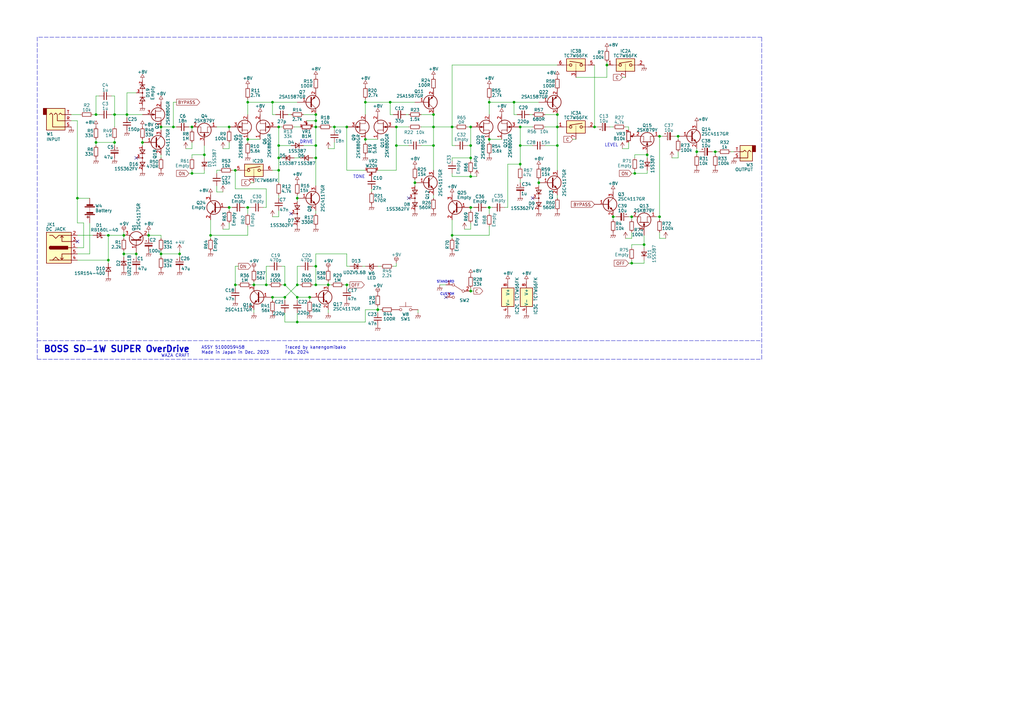
<source format=kicad_sch>
(kicad_sch (version 20230121) (generator eeschema)
  (paper "A3")
  (junction (at 121.92 81.28))
  (junction (at 129.54 116.84))
  (junction (at 213.36 52.07))
  (junction (at 210.82 41.91))
  (junction (at 114.3 64.77))
  (junction (at 121.92 121.92))
  (junction (at 259.08 107.95))
  (junction (at 185.42 96.52))
  (junction (at 39.37 58.42))
  (junction (at 243.84 52.07))
  (junction (at 78.74 52.07))
  (junction (at 114.3 59.69))
  (junction (at 71.12 52.07))
  (junction (at 264.16 100.33))
  (junction (at 259.08 88.9))
  (junction (at 162.56 59.69))
  (junction (at 129.54 59.69))
  (junction (at 73.66 104.14))
  (junction (at 116.84 116.84))
  (junction (at 220.98 74.93))
  (junction (at 200.66 85.09))
  (junction (at 251.46 88.9))
  (junction (at 129.54 52.07))
  (junction (at 228.6 52.07))
  (junction (at 213.36 67.31))
  (junction (at 193.04 85.09))
  (junction (at 114.3 52.07))
  (junction (at 127 121.92))
  (junction (at 78.74 71.12))
  (junction (at 162.56 52.07))
  (junction (at 248.92 26.67))
  (junction (at 44.45 106.68))
  (junction (at 137.16 52.07))
  (junction (at 270.51 88.9))
  (junction (at 66.04 104.14))
  (junction (at 109.22 116.84))
  (junction (at 129.54 109.22))
  (junction (at 260.35 71.12))
  (junction (at 213.36 59.69))
  (junction (at 170.18 74.93))
  (junction (at 52.07 46.99))
  (junction (at 200.66 41.91))
  (junction (at 66.04 52.07))
  (junction (at 83.82 63.5))
  (junction (at 116.84 121.92))
  (junction (at 193.04 52.07))
  (junction (at 177.8 59.69))
  (junction (at 111.76 41.91))
  (junction (at 46.99 46.99))
  (junction (at 193.04 72.39))
  (junction (at 93.98 52.07))
  (junction (at 121.92 116.84))
  (junction (at 114.3 69.85))
  (junction (at 177.8 52.07))
  (junction (at 278.13 55.88))
  (junction (at 270.51 55.88))
  (junction (at 228.6 46.99))
  (junction (at 31.75 81.28))
  (junction (at 193.04 64.77))
  (junction (at 39.37 46.99))
  (junction (at 200.66 57.15))
  (junction (at 293.37 62.23))
  (junction (at 96.52 116.84))
  (junction (at 129.54 64.77))
  (junction (at 142.24 52.07))
  (junction (at 60.96 96.52))
  (junction (at 177.8 46.99))
  (junction (at 193.04 59.69))
  (junction (at 134.62 116.84))
  (junction (at 50.8 96.52))
  (junction (at 154.94 127))
  (junction (at 101.6 85.09))
  (junction (at 185.42 52.07))
  (junction (at 285.75 62.23))
  (junction (at 104.14 116.84))
  (junction (at 101.6 57.15))
  (junction (at 149.86 41.91))
  (junction (at 142.24 116.84))
  (junction (at 193.04 119.38))
  (junction (at 111.76 121.92))
  (junction (at 55.88 104.14))
  (junction (at 50.8 104.14))
  (junction (at 160.02 41.91))
  (junction (at 228.6 59.69))
  (junction (at 93.98 85.09))
  (junction (at 129.54 46.99))
  (junction (at 129.54 49.53))
  (junction (at 121.92 132.08))
  (junction (at 58.42 58.42))
  (junction (at 86.36 96.52))
  (junction (at 101.6 41.91))
  (junction (at 46.99 58.42))
  (junction (at 44.45 96.52))
  (junction (at 265.43 63.5))
  (junction (at 149.86 57.15))
  (junction (at 96.52 69.85))
  (no_connect (at 31.75 99.06))
  (no_connect (at 167.64 81.28))
  (no_connect (at 55.88 64.77))
  (no_connect (at 182.88 121.92))
  (no_connect (at 218.44 81.28))
  (no_connect (at 119.38 87.63))
  (wire (pts (xy 270.51 88.9) (xy 270.51 90.17)))
  (wire (pts (xy 199.39 85.09) (xy 200.66 85.09)))
  (wire (pts (xy 172.72 52.07) (xy 177.8 52.07)))
  (wire (pts (xy 129.54 116.84) (xy 134.62 116.84)))
  (wire (pts (xy 114.3 52.07) (xy 115.57 52.07)))
  (wire (pts (xy 83.82 63.5) (xy 83.82 64.77)))
  (wire (pts (xy 149.86 41.91) (xy 149.86 46.99)))
  (wire (pts (xy 86.36 96.52) (xy 101.6 96.52)))
  (wire (pts (xy 185.42 64.77) (xy 193.04 64.77)))
  (wire (pts (xy 118.11 46.99) (xy 119.38 46.99)))
  (wire (pts (xy 149.86 132.08) (xy 149.86 127)))
  (wire (pts (xy 251.46 88.9) (xy 252.73 88.9)))
  (wire (pts (xy 264.16 100.33) (xy 264.16 96.52)))
  (wire (pts (xy 193.04 66.04) (xy 193.04 64.77)))
  (wire (pts (xy 264.16 106.68) (xy 264.16 107.95)))
  (wire (pts (xy 93.98 91.44) (xy 93.98 93.98)))
  (wire (pts (xy 128.27 116.84) (xy 129.54 116.84)))
  (wire (pts (xy 109.22 109.22) (xy 109.22 116.84)))
  (wire (pts (xy 210.82 46.99) (xy 212.09 46.99)))
  (wire (pts (xy 234.95 57.15) (xy 236.22 57.15)))
  (wire (pts (xy 185.42 52.07) (xy 185.42 59.69)))
  (wire (pts (xy 31.75 104.14) (xy 36.83 104.14)))
  (wire (pts (xy 245.11 52.07) (xy 243.84 52.07)))
  (wire (pts (xy 50.8 104.14) (xy 50.8 105.41)))
  (wire (pts (xy 123.19 116.84) (xy 121.92 116.84)))
  (wire (pts (xy 171.45 128.27) (xy 171.45 127)))
  (wire (pts (xy 121.92 81.28) (xy 121.92 82.55)))
  (wire (pts (xy 39.37 46.99) (xy 40.64 46.99)))
  (wire (pts (xy 121.92 109.22) (xy 123.19 109.22)))
  (wire (pts (xy 88.9 76.2) (xy 88.9 78.74)))
  (wire (pts (xy 200.66 92.71) (xy 200.66 96.52)))
  (wire (pts (xy 44.45 96.52) (xy 43.18 96.52)))
  (wire (pts (xy 256.54 97.79) (xy 259.08 97.79)))
  (wire (pts (xy 220.98 74.93) (xy 220.98 73.66)))
  (wire (pts (xy 31.75 49.53) (xy 29.21 49.53)))
  (wire (pts (xy 107.95 85.09) (xy 109.22 85.09)))
  (wire (pts (xy 100.33 85.09) (xy 101.6 85.09)))
  (wire (pts (xy 162.56 52.07) (xy 167.64 52.07)))
  (wire (pts (xy 55.88 104.14) (xy 55.88 105.41)))
  (wire (pts (xy 31.75 81.28) (xy 36.83 81.28)))
  (wire (pts (xy 121.92 80.01) (xy 121.92 81.28)))
  (wire (pts (xy 264.16 100.33) (xy 264.16 101.6)))
  (wire (pts (xy 299.72 62.23) (xy 300.99 62.23)))
  (wire (pts (xy 44.45 107.95) (xy 44.45 106.68)))
  (wire (pts (xy 78.74 64.77) (xy 78.74 63.5)))
  (wire (pts (xy 228.6 46.99) (xy 228.6 52.07)))
  (wire (pts (xy 260.35 64.77) (xy 260.35 63.5)))
  (wire (pts (xy 208.28 67.31) (xy 213.36 67.31)))
  (wire (pts (xy 257.81 58.42) (xy 257.81 60.96)))
  (wire (pts (xy 121.92 116.84) (xy 116.84 121.92)))
  (wire (pts (xy 129.54 49.53) (xy 129.54 52.07)))
  (wire (pts (xy 259.08 106.68) (xy 259.08 107.95)))
  (wire (pts (xy 29.21 46.99) (xy 33.02 46.99)))
  (wire (pts (xy 36.83 104.14) (xy 36.83 91.44)))
  (wire (pts (xy 44.45 96.52) (xy 44.45 106.68)))
  (wire (pts (xy 129.54 46.99) (xy 129.54 49.53)))
  (wire (pts (xy 142.24 104.14) (xy 142.24 109.22)))
  (wire (pts (xy 121.92 116.84) (xy 121.92 109.22)))
  (wire (pts (xy 88.9 69.85) (xy 90.17 69.85)))
  (wire (pts (xy 127 123.19) (xy 127 121.92)))
  (wire (pts (xy 73.66 104.14) (xy 73.66 105.41)))
  (wire (pts (xy 223.52 59.69) (xy 228.6 59.69)))
  (wire (pts (xy 46.99 46.99) (xy 52.07 46.99)))
  (wire (pts (xy 142.24 118.11) (xy 142.24 116.84)))
  (wire (pts (xy 114.3 59.69) (xy 114.3 64.77)))
  (wire (pts (xy 96.52 69.85) (xy 96.52 77.47)))
  (wire (pts (xy 83.82 59.69) (xy 83.82 63.5)))
  (wire (pts (xy 52.07 48.26) (xy 52.07 46.99)))
  (wire (pts (xy 46.99 52.07) (xy 46.99 46.99)))
  (wire (pts (xy 293.37 62.23) (xy 292.1 62.23)))
  (wire (pts (xy 166.37 46.99) (xy 167.64 46.99)))
  (wire (pts (xy 129.54 64.77) (xy 129.54 76.2)))
  (wire (pts (xy 228.6 46.99) (xy 223.52 46.99)))
  (wire (pts (xy 193.04 59.69) (xy 193.04 64.77)))
  (wire (pts (xy 121.92 132.08) (xy 149.86 132.08)))
  (polyline (pts (xy 312.42 15.24) (xy 15.24 15.24)) (stroke (width 0) (type dash)))
  (wire (pts (xy 185.42 72.39) (xy 193.04 72.39)))
  (wire (pts (xy 259.08 101.6) (xy 259.08 100.33)))
  (wire (pts (xy 96.52 116.84) (xy 96.52 109.22)))
  (wire (pts (xy 170.18 74.93) (xy 170.18 76.2)))
  (wire (pts (xy 78.74 69.85) (xy 78.74 71.12)))
  (wire (pts (xy 148.59 109.22) (xy 149.86 109.22)))
  (wire (pts (xy 182.88 116.84) (xy 180.34 116.84)))
  (wire (pts (xy 193.04 52.07) (xy 193.04 59.69)))
  (wire (pts (xy 104.14 74.93) (xy 102.87 74.93)))
  (wire (pts (xy 257.81 52.07) (xy 257.81 53.34)))
  (wire (pts (xy 285.75 62.23) (xy 285.75 63.5)))
  (wire (pts (xy 149.86 57.15) (xy 154.94 57.15)))
  (wire (pts (xy 39.37 57.15) (xy 39.37 58.42)))
  (wire (pts (xy 193.04 71.12) (xy 193.04 72.39)))
  (wire (pts (xy 260.35 71.12) (xy 265.43 71.12)))
  (wire (pts (xy 185.42 26.67) (xy 185.42 52.07)))
  (wire (pts (xy 86.36 96.52) (xy 86.36 97.79)))
  (wire (pts (xy 120.65 52.07) (xy 123.19 52.07)))
  (wire (pts (xy 185.42 52.07) (xy 186.69 52.07)))
  (wire (pts (xy 134.62 127) (xy 134.62 128.27)))
  (wire (pts (xy 265.43 69.85) (xy 265.43 71.12)))
  (wire (pts (xy 71.12 41.91) (xy 71.12 52.07)))
  (wire (pts (xy 91.44 60.96) (xy 93.98 60.96)))
  (wire (pts (xy 46.99 58.42) (xy 39.37 58.42)))
  (wire (pts (xy 185.42 96.52) (xy 185.42 97.79)))
  (wire (pts (xy 213.36 52.07) (xy 213.36 59.69)))
  (wire (pts (xy 200.66 41.91) (xy 200.66 46.99)))
  (wire (pts (xy 93.98 85.09) (xy 93.98 86.36)))
  (wire (pts (xy 128.27 64.77) (xy 129.54 64.77)))
  (wire (pts (xy 142.24 116.84) (xy 143.51 116.84)))
  (wire (pts (xy 248.92 31.75) (xy 236.22 31.75)))
  (wire (pts (xy 115.57 116.84) (xy 116.84 116.84)))
  (wire (pts (xy 200.66 40.64) (xy 200.66 41.91)))
  (wire (pts (xy 213.36 67.31) (xy 213.36 68.58)))
  (wire (pts (xy 191.77 59.69) (xy 193.04 59.69)))
  (wire (pts (xy 101.6 57.15) (xy 106.68 57.15)))
  (wire (pts (xy 172.72 46.99) (xy 177.8 46.99)))
  (wire (pts (xy 137.16 58.42) (xy 137.16 60.96)))
  (wire (pts (xy 265.43 63.5) (xy 265.43 64.77)))
  (wire (pts (xy 218.44 46.99) (xy 217.17 46.99)))
  (wire (pts (xy 162.56 59.69) (xy 167.64 59.69)))
  (wire (pts (xy 185.42 90.17) (xy 185.42 96.52)))
  (wire (pts (xy 31.75 96.52) (xy 38.1 96.52)))
  (wire (pts (xy 172.72 59.69) (xy 177.8 59.69)))
  (wire (pts (xy 185.42 26.67) (xy 228.6 26.67)))
  (wire (pts (xy 34.29 101.6) (xy 34.29 91.44)))
  (wire (pts (xy 101.6 57.15) (xy 101.6 58.42)))
  (wire (pts (xy 275.59 64.77) (xy 278.13 64.77)))
  (wire (pts (xy 285.75 62.23) (xy 287.02 62.23)))
  (wire (pts (xy 154.94 69.85) (xy 162.56 69.85)))
  (wire (pts (xy 93.98 85.09) (xy 95.25 85.09)))
  (wire (pts (xy 154.94 127) (xy 154.94 125.73)))
  (wire (pts (xy 109.22 116.84) (xy 104.14 116.84)))
  (wire (pts (xy 83.82 71.12) (xy 83.82 69.85)))
  (wire (pts (xy 66.04 104.14) (xy 66.04 102.87)))
  (wire (pts (xy 93.98 58.42) (xy 93.98 60.96)))
  (wire (pts (xy 248.92 25.4) (xy 248.92 26.67)))
  (wire (pts (xy 114.3 52.07) (xy 114.3 59.69)))
  (wire (pts (xy 154.94 127) (xy 154.94 128.27)))
  (wire (pts (xy 207.01 85.09) (xy 208.28 85.09)))
  (wire (pts (xy 121.92 121.92) (xy 127 121.92)))
  (wire (pts (xy 88.9 71.12) (xy 88.9 69.85)))
  (wire (pts (xy 193.04 118.11) (xy 193.04 119.38)))
  (wire (pts (xy 259.08 71.12) (xy 260.35 71.12)))
  (wire (pts (xy 31.75 49.53) (xy 31.75 81.28)))
  (wire (pts (xy 44.45 96.52) (xy 50.8 96.52)))
  (wire (pts (xy 134.62 60.96) (xy 137.16 60.96)))
  (wire (pts (xy 210.82 41.91) (xy 220.98 41.91)))
  (wire (pts (xy 248.92 26.67) (xy 248.92 31.75)))
  (wire (pts (xy 101.6 41.91) (xy 111.76 41.91)))
  (wire (pts (xy 60.96 95.25) (xy 60.96 96.52)))
  (wire (pts (xy 96.52 109.22) (xy 97.79 109.22)))
  (wire (pts (xy 77.47 71.12) (xy 78.74 71.12)))
  (wire (pts (xy 101.6 85.09) (xy 101.6 87.63)))
  (wire (pts (xy 143.51 109.22) (xy 142.24 109.22)))
  (wire (pts (xy 46.99 46.99) (xy 46.99 39.37)))
  (wire (pts (xy 40.64 39.37) (xy 39.37 39.37)))
  (wire (pts (xy 78.74 53.34) (xy 78.74 52.07)))
  (wire (pts (xy 116.84 116.84) (xy 116.84 109.22)))
  (wire (pts (xy 154.94 127) (xy 156.21 127)))
  (wire (pts (xy 111.76 41.91) (xy 111.76 46.99)))
  (wire (pts (xy 88.9 78.74) (xy 91.44 78.74)))
  (wire (pts (xy 78.74 58.42) (xy 78.74 60.96)))
  (wire (pts (xy 76.2 60.96) (xy 78.74 60.96)))
  (wire (pts (xy 193.04 85.09) (xy 193.04 86.36)))
  (wire (pts (xy 177.8 46.99) (xy 177.8 52.07)))
  (wire (pts (xy 96.52 116.84) (xy 96.52 118.11)))
  (wire (pts (xy 228.6 59.69) (xy 228.6 69.85)))
  (polyline (pts (xy 15.24 147.32) (xy 312.42 147.32)) (stroke (width 0) (type dash)))
  (wire (pts (xy 162.56 59.69) (xy 162.56 69.85)))
  (wire (pts (xy 97.79 116.84) (xy 96.52 116.84)))
  (wire (pts (xy 111.76 41.91) (xy 121.92 41.91)))
  (wire (pts (xy 154.94 109.22) (xy 156.21 109.22)))
  (wire (pts (xy 101.6 41.91) (xy 101.6 46.99)))
  (wire (pts (xy 251.46 88.9) (xy 251.46 90.17)))
  (wire (pts (xy 52.07 38.1) (xy 52.07 46.99)))
  (polyline (pts (xy 312.42 147.32) (xy 312.42 15.24)) (stroke (width 0) (type dash)))
  (wire (pts (xy 66.04 97.79) (xy 66.04 96.52)))
  (wire (pts (xy 39.37 58.42) (xy 39.37 59.69)))
  (wire (pts (xy 129.54 59.69) (xy 129.54 64.77)))
  (wire (pts (xy 111.76 123.19) (xy 111.76 121.92)))
  (wire (pts (xy 31.75 106.68) (xy 44.45 106.68)))
  (wire (pts (xy 50.8 96.52) (xy 50.8 97.79)))
  (wire (pts (xy 208.28 85.09) (xy 208.28 67.31)))
  (wire (pts (xy 52.07 38.1) (xy 55.88 38.1)))
  (wire (pts (xy 228.6 81.28) (xy 228.6 80.01)))
  (wire (pts (xy 50.8 95.25) (xy 50.8 96.52)))
  (wire (pts (xy 102.87 116.84) (xy 104.14 116.84)))
  (wire (pts (xy 66.04 104.14) (xy 66.04 105.41)))
  (wire (pts (xy 110.49 109.22) (xy 109.22 109.22)))
  (wire (pts (xy 34.29 91.44) (xy 31.75 91.44)))
  (wire (pts (xy 149.86 57.15) (xy 149.86 58.42)))
  (wire (pts (xy 96.52 77.47) (xy 109.22 77.47)))
  (wire (pts (xy 213.36 59.69) (xy 218.44 59.69)))
  (wire (pts (xy 257.81 88.9) (xy 259.08 88.9)))
  (wire (pts (xy 135.89 52.07) (xy 137.16 52.07)))
  (wire (pts (xy 278.13 57.15) (xy 278.13 55.88)))
  (wire (pts (xy 129.54 52.07) (xy 130.81 52.07)))
  (wire (pts (xy 170.18 73.66) (xy 170.18 74.93)))
  (wire (pts (xy 213.36 73.66) (xy 213.36 74.93)))
  (wire (pts (xy 177.8 80.01) (xy 177.8 81.28)))
  (wire (pts (xy 95.25 69.85) (xy 96.52 69.85)))
  (wire (pts (xy 200.66 85.09) (xy 200.66 87.63)))
  (wire (pts (xy 200.66 57.15) (xy 200.66 58.42)))
  (wire (pts (xy 200.66 41.91) (xy 210.82 41.91)))
  (wire (pts (xy 78.74 63.5) (xy 83.82 63.5)))
  (wire (pts (xy 259.08 95.25) (xy 259.08 97.79)))
  (wire (pts (xy 160.02 46.99) (xy 161.29 46.99)))
  (wire (pts (xy 124.46 46.99) (xy 129.54 46.99)))
  (wire (pts (xy 186.69 59.69) (xy 185.42 59.69)))
  (wire (pts (xy 101.6 85.09) (xy 102.87 85.09)))
  (wire (pts (xy 142.24 69.85) (xy 149.86 69.85)))
  (wire (pts (xy 78.74 71.12) (xy 83.82 71.12)))
  (wire (pts (xy 142.24 52.07) (xy 142.24 69.85)))
  (wire (pts (xy 285.75 60.96) (xy 285.75 62.23)))
  (wire (pts (xy 104.14 116.84) (xy 104.14 115.57)))
  (wire (pts (xy 110.49 116.84) (xy 109.22 116.84)))
  (wire (pts (xy 109.22 85.09) (xy 109.22 77.47)))
  (wire (pts (xy 200.66 57.15) (xy 205.74 57.15)))
  (wire (pts (xy 213.36 59.69) (xy 213.36 67.31)))
  (wire (pts (xy 124.46 59.69) (xy 129.54 59.69)))
  (wire (pts (xy 31.75 81.28) (xy 31.75 91.44)))
  (wire (pts (xy 66.04 52.07) (xy 66.04 53.34)))
  (wire (pts (xy 129.54 104.14) (xy 129.54 109.22)))
  (wire (pts (xy 101.6 40.64) (xy 101.6 41.91)))
  (wire (pts (xy 259.08 88.9) (xy 259.08 90.17)))
  (wire (pts (xy 142.24 116.84) (xy 140.97 116.84)))
  (wire (pts (xy 149.86 41.91) (xy 160.02 41.91)))
  (wire (pts (xy 128.27 109.22) (xy 129.54 109.22)))
  (wire (pts (xy 193.04 91.44) (xy 193.04 93.98)))
  (wire (pts (xy 116.84 121.92) (xy 116.84 123.19)))
  (wire (pts (xy 260.35 63.5) (xy 265.43 63.5)))
  (wire (pts (xy 114.3 69.85) (xy 114.3 74.93)))
  (wire (pts (xy 269.24 88.9) (xy 270.51 88.9)))
  (wire (pts (xy 129.54 109.22) (xy 129.54 116.84)))
  (wire (pts (xy 116.84 132.08) (xy 121.92 132.08)))
  (wire (pts (xy 116.84 109.22) (xy 115.57 109.22)))
  (wire (pts (xy 115.57 64.77) (xy 114.3 64.77)))
  (wire (pts (xy 125.73 49.53) (xy 129.54 49.53)))
  (wire (pts (xy 160.02 41.91) (xy 170.18 41.91)))
  (wire (pts (xy 177.8 52.07) (xy 185.42 52.07)))
  (wire (pts (xy 104.14 127) (xy 104.14 128.27)))
  (wire (pts (xy 111.76 88.9) (xy 114.3 88.9)))
  (wire (pts (xy 255.27 60.96) (xy 257.81 60.96)))
  (wire (pts (xy 177.8 52.07) (xy 177.8 59.69)))
  (wire (pts (xy 46.99 57.15) (xy 46.99 58.42)))
  (wire (pts (xy 134.62 116.84) (xy 134.62 115.57)))
  (wire (pts (xy 193.04 85.09) (xy 194.31 85.09)))
  (wire (pts (xy 129.54 86.36) (xy 129.54 87.63)))
  (wire (pts (xy 152.4 77.47) (xy 152.4 78.74)))
  (wire (pts (xy 177.8 59.69) (xy 177.8 69.85)))
  (wire (pts (xy 276.86 55.88) (xy 278.13 55.88)))
  (wire (pts (xy 257.81 107.95) (xy 259.08 107.95)))
  (wire (pts (xy 259.08 107.95) (xy 264.16 107.95)))
  (wire (pts (xy 91.44 93.98) (xy 93.98 93.98)))
  (wire (pts (xy 111.76 46.99) (xy 113.03 46.99)))
  (wire (pts (xy 293.37 62.23) (xy 293.37 63.5)))
  (wire (pts (xy 142.24 104.14) (xy 129.54 104.14)))
  (wire (pts (xy 278.13 62.23) (xy 278.13 64.77)))
  (wire (pts (xy 185.42 64.77) (xy 185.42 66.04)))
  (wire (pts (xy 86.36 90.17) (xy 86.36 96.52)))
  (wire (pts (xy 260.35 69.85) (xy 260.35 71.12)))
  (wire (pts (xy 66.04 52.07) (xy 71.12 52.07)))
  (wire (pts (xy 120.65 64.77) (xy 123.19 64.77)))
  (wire (pts (xy 39.37 39.37) (xy 39.37 46.99)))
  (wire (pts (xy 93.98 52.07) (xy 93.98 53.34)))
  (wire (pts (xy 210.82 41.91) (xy 210.82 46.99)))
  (wire (pts (xy 46.99 58.42) (xy 46.99 59.69)))
  (wire (pts (xy 250.19 52.07) (xy 251.46 52.07)))
  (wire (pts (xy 50.8 102.87) (xy 50.8 104.14)))
  (wire (pts (xy 270.51 55.88) (xy 270.51 88.9)))
  (wire (pts (xy 213.36 52.07) (xy 218.44 52.07)))
  (wire (pts (xy 71.12 52.07) (xy 72.39 52.07)))
  (wire (pts (xy 128.27 52.07) (xy 129.54 52.07)))
  (wire (pts (xy 137.16 52.07) (xy 137.16 53.34)))
  (wire (pts (xy 134.62 116.84) (xy 135.89 116.84)))
  (wire (pts (xy 116.84 116.84) (xy 121.92 121.92)))
  (polyline (pts (xy 15.24 15.24) (xy 15.24 147.32)) (stroke (width 0) (type dash)))
  (wire (pts (xy 255.27 31.75) (xy 256.54 31.75)))
  (wire (pts (xy 114.3 64.77) (xy 114.3 69.85)))
  (wire (pts (xy 114.3 80.01) (xy 114.3 81.28)))
  (wire (pts (xy 121.92 121.92) (xy 121.92 123.19)))
  (wire (pts (xy 256.54 52.07) (xy 257.81 52.07)))
  (wire (pts (xy 72.39 41.91) (xy 71.12 41.91)))
  (wire (pts (xy 270.51 55.88) (xy 271.78 55.88)))
  (wire (pts (xy 45.72 46.99) (xy 46.99 46.99)))
  (wire (pts (xy 162.56 107.95) (xy 162.56 109.22)))
  (wire (pts (xy 273.05 97.79) (xy 270.51 97.79)))
  (wire (pts (xy 149.86 127) (xy 154.94 127)))
  (wire (pts (xy 228.6 52.07) (xy 228.6 59.69)))
  (wire (pts (xy 101.6 92.71) (xy 101.6 96.52)))
  (wire (pts (xy 129.54 52.07) (xy 129.54 59.69)))
  (wire (pts (xy 259.08 100.33) (xy 264.16 100.33)))
  (polyline (pts (xy 15.24 139.7) (xy 312.42 139.7)) (stroke (width 0) (type dash)))
  (wire (pts (xy 137.16 52.07) (xy 142.24 52.07)))
  (wire (pts (xy 194.31 119.38) (xy 193.04 119.38)))
  (wire (pts (xy 88.9 52.07) (xy 93.98 52.07)))
  (wire (pts (xy 162.56 52.07) (xy 162.56 59.69)))
  (wire (pts (xy 58.42 58.42) (xy 58.42 59.69)))
  (wire (pts (xy 114.3 86.36) (xy 114.3 88.9)))
  (wire (pts (xy 52.07 46.99) (xy 58.42 46.99)))
  (wire (pts (xy 45.72 39.37) (xy 46.99 39.37)))
  (wire (pts (xy 191.77 52.07) (xy 193.04 52.07)))
  (wire (pts (xy 111.76 69.85) (xy 114.3 69.85)))
  (wire (pts (xy 190.5 93.98) (xy 193.04 93.98)))
  (wire (pts (xy 195.58 72.39) (xy 193.04 72.39)))
  (wire (pts (xy 149.86 41.91) (xy 149.86 40.64)))
  (wire (pts (xy 116.84 128.27) (xy 116.84 132.08)))
  (wire (pts (xy 270.51 95.25) (xy 270.51 97.79)))
  (wire (pts (xy 220.98 74.93) (xy 220.98 76.2)))
  (wire (pts (xy 121.92 128.27) (xy 121.92 132.08)))
  (wire (pts (xy 38.1 46.99) (xy 39.37 46.99)))
  (wire (pts (xy 31.75 101.6) (xy 34.29 101.6)))
  (wire (pts (xy 66.04 63.5) (xy 66.04 64.77)))
  (wire (pts (xy 160.02 41.91) (xy 160.02 46.99)))
  (wire (pts (xy 111.76 121.92) (xy 116.84 121.92)))
  (wire (pts (xy 228.6 52.07) (xy 223.52 52.07)))
  (wire (pts (xy 243.84 26.67) (xy 243.84 52.07)))
  (wire (pts (xy 60.96 96.52) (xy 66.04 96.52)))
  (wire (pts (xy 162.56 109.22) (xy 161.29 109.22)))
  (wire (pts (xy 114.3 59.69) (xy 119.38 59.69)))
  (wire (pts (xy 293.37 62.23) (xy 294.64 62.23)))
  (wire (pts (xy 73.66 104.14) (xy 66.04 104.14)))
  (wire (pts (xy 185.42 71.12) (xy 185.42 72.39)))
  (wire (pts (xy 60.96 96.52) (xy 60.96 97.79)))
  (wire (pts (xy 201.93 85.09) (xy 200.66 85.09)))
  (wire (pts (xy 50.8 104.14) (xy 55.88 104.14)))
  (wire (pts (xy 73.66 102.87) (xy 73.66 104.14)))
  (wire (pts (xy 58.42 57.15) (xy 58.42 58.42)))
  (wire (pts (xy 77.47 52.07) (xy 78.74 52.07)))
  (wire (pts (xy 185.42 96.52) (xy 200.66 96.52)))
  (text "STANDARD" (at 186.3725 116.205 0) (effects (font (size 0.95 0.95)) (justify right bottom)))
  (text "BOSS SD-1W SUPER OverDrive" (at 17.78 144.78 0) (effects (font (size 2.54 2.54) (thickness 0.508) bold) (justify left bottom)))
  (text "WAZA CRAFT" (at 66.04 146.685 0) (effects (font (size 1.27 1.27)) (justify left bottom)))
  (text "ASSY 5100059458\nMade in Japan in Dec. 2023" (at 82.55 145.415 0) (effects (font (size 1.27 1.27)) (justify left bottom)))
  (text "DRIVE" (at 122.8725 59.055 0) (effects (font (size 1.27 1.27)) (justify left bottom)))
  (text "Traced by kanengomibako\nFeb. 2024" (at 116.84 145.415 0) (effects (font (size 1.27 1.27)) (justify left bottom)))
  (text "LEVEL" (at 247.9675 60.325 0) (effects (font (size 1.27 1.27)) (justify left bottom)))
  (text "TONE" (at 144.78 73.3425 0) (effects (font (size 1.27 1.27)) (justify left bottom)))
  (text "CUSTOM\n" (at 186.3725 121.285 0) (effects (font (size 0.95 0.95)) (justify right bottom)))
  (global_label "BYPASS" (shape output) (at 72.39 41.91 0) (property "Intersheetrefs" "${INTERSHEET_REFS}" (effects hide)))
  (global_label "C" (shape input) (at 234.95 57.15 180) (property "Intersheetrefs" "${INTERSHEET_REFS}" (effects hide)))
  (global_label "C" (shape input) (at 255.27 31.75 180) (property "Intersheetrefs" "${INTERSHEET_REFS}" (effects hide)))
  (global_label "BYPASS" (shape input) (at 243.84 83.82 180) (property "Intersheetrefs" "${INTERSHEET_REFS}" (effects hide)))
  (global_label "ON" (shape input) (at 259.08 71.12 180) (property "Intersheetrefs" "${INTERSHEET_REFS}" (effects hide)))
  (global_label "ON" (shape output) (at 97.79 109.22 0) (property "Intersheetrefs" "${INTERSHEET_REFS}" (effects hide)))
  (global_label "OFF" (shape output) (at 143.51 116.84 0) (property "Intersheetrefs" "${INTERSHEET_REFS}" (effects hide)))
  (global_label "ON" (shape input) (at 77.47 71.12 180) (property "Intersheetrefs" "${INTERSHEET_REFS}" (effects hide)))
  (global_label "C" (shape input) (at 102.87 74.93 180) (property "Intersheetrefs" "${INTERSHEET_REFS}" (effects hide)))
  (global_label "OFF" (shape input) (at 257.81 107.95 180) (property "Intersheetrefs" "${INTERSHEET_REFS}" (effects hide)))
  (global_label "C" (shape output) (at 194.31 119.38 0) (property "Intersheetrefs" "${INTERSHEET_REFS}" (effects hide)))
  (symbol (lib_name "GND_2") (lib_id "power:GND") (at 142.24 123.19 0) (unit 1)
    (property "Reference" "#PWR049" (effects hide))
    (property "Value" "GND" (effects hide))
  )
  (symbol (lib_id "Device:C_Small") (at 196.85 85.09 90) (mirror x) (unit 1)
    (property "Reference" "C36" (at 196.85 80.645 90))
    (property "Value" "Empty" (at 196.85 82.55 90))
    (property "Footprint" "Capacitor_THT:C_Rect_L7.2mm_W4.5mm_P5.00mm_FKS2_FKP2_MKS2_MKP2" (effects hide))
  )
  (symbol (lib_name "GND_2") (lib_id "power:GND") (at 101.6 63.5 0) (unit 1)
    (property "Reference" "#PWR03" (effects hide))
    (property "Value" "GND" (effects hide))
  )
  (symbol (lib_id "Device:R_Small") (at 158.75 127 270) (mirror x) (unit 1)
    (property "Reference" "R44" (at 159.0675 128.905 90))
    (property "Value" "100R" (at 159.7025 130.81 90))
    (property "Footprint" "Resistor_SMD:R_0603_1608Metric" (effects hide))
  )
  (symbol (lib_id "Device:C_Small") (at 189.23 59.69 270) (unit 1)
    (property "Reference" "C32" (at 189.23 55.245 90))
    (property "Value" "Empty" (at 189.23 57.15 90))
    (property "Footprint" "Capacitor_THT:C_Rect_L7.2mm_W4.5mm_P5.00mm_FKS2_FKP2_MKS2_MKP2" (effects hide))
  )
  (symbol (lib_id "Device:Q_NJFET_SDG") (at 157.48 52.07 0) (mirror y) (unit 1)
    (property "Reference" "Q10" (at 156.845 60.6425 90) (effects (justify left)))
    (property "Value" "2SK880GR" (at 158.75 64.77 90) (effects (justify left)))
    (property "Footprint" "Package_TO_SOT_SMD:SOT-323_SC-70" (effects hide))
    (property "Datasheet" "XG" (effects hide))
  )
  (symbol (lib_id "Device:C_Small") (at 74.93 52.07 90) (mirror x) (unit 1)
    (property "Reference" "C6" (at 74.93 47.625 90))
    (property "Value" "18n" (at 74.93 49.53 90))
    (property "Footprint" "Capacitor_THT:C_Rect_L7.2mm_W4.5mm_P5.00mm_FKS2_FKP2_MKS2_MKP2" (effects hide))
  )
  (symbol (lib_id "Device:R_Small") (at 152.4 81.28 180) (unit 1)
    (property "Reference" "R21" (at 155.2575 80.3275 0))
    (property "Value" "470R" (at 155.8925 82.2325 0))
    (property "Footprint" "Resistor_SMD:R_0603_1608Metric" (effects hide))
  )
  (symbol (lib_name "MAX323CUA_1") (lib_id "Analog_Switch:MAX323CUA") (at 215.9 120.65 0) (unit 3)
    (property "Reference" "IC3" (at 219.71 124.46 90) (effects (justify right)))
    (property "Value" "TC7W66FK" (at 219.71 123.5075 90) (effects (justify left)))
    (property "Footprint" "myFoot:SSOP8-P-0.50A" (effects hide))
  )
  (symbol (lib_id "power:+8V") (at 177.8 31.75 0) (unit 1)
    (property "Reference" "#PWR029" (effects hide))
    (property "Value" "+8V" (at 177.8 28.2575 0))
  )
  (symbol (lib_id "Device:C_Small") (at 220.98 59.69 270) (unit 1)
    (property "Reference" "C28" (at 217.805 58.42 90))
    (property "Value" "15n" (at 223.8375 58.42 90))
    (property "Footprint" "Capacitor_THT:C_Rect_L7.2mm_W4.5mm_P5.00mm_FKS2_FKP2_MKS2_MKP2" (effects hide))
  )
  (symbol (lib_id "Device:C_Polarized_Small") (at 213.36 77.47 0) (unit 1)
    (property "Reference" "C34" (at 215.9 75.565 0))
    (property "Value" "1u" (at 214.9475 79.375 0))
    (property "Footprint" "Capacitor_THT:CP_Radial_Tantal_D5.0mm_P5.00mm" (effects hide))
  )
  (symbol (lib_id "Device:R_Small") (at 177.8 34.29 0) (unit 1)
    (property "Reference" "R24" (at 174.625 33.02 0))
    (property "Value" "100R" (at 173.99 34.925 0))
    (property "Footprint" "Resistor_SMD:R_0603_1608Metric" (effects hide))
  )
  (symbol (lib_id "power:+8V") (at 86.36 80.01 0) (unit 1)
    (property "Reference" "#PWR016" (effects hide))
    (property "Value" "+8V" (at 83.5025 78.105 0))
  )
  (symbol (lib_id "Device:R_Small") (at 220.98 52.07 270) (unit 1)
    (property "Reference" "R56" (at 218.1225 53.975 90))
    (property "Value" "10k" (at 223.2025 53.975 90))
    (property "Footprint" "Resistor_SMD:R_0603_1608Metric" (effects hide))
  )
  (symbol (lib_name "GND_2") (lib_id "power:GND") (at 185.42 102.87 0) (unit 1)
    (property "Reference" "#PWR042" (effects hide))
    (property "Value" "GND" (effects hide))
  )
  (symbol (lib_id "Device:R_Small") (at 189.23 52.07 270) (unit 1)
    (property "Reference" "R65" (at 189.23 48.26 90))
    (property "Value" "0R" (at 189.23 50.165 90))
    (property "Footprint" "Resistor_SMD:R_0603_1608Metric" (effects hide))
  )
  (symbol (lib_id "myLib:Barrel_Jack_Switch_Pin5") (at 24.13 101.6 0) (mirror x) (unit 1)
    (property "Reference" "JK1" (at 19.05 92.075 0) (effects (justify left)))
    (property "Value" "DC JACK" (at 18.7325 93.98 0) (effects (justify left)))
    (property "Footprint" "myFoot:my_DC_Jack_hec2392" (effects hide))
  )
  (symbol (lib_id "Device:R_Small") (at 220.98 71.12 180) (unit 1)
    (property "Reference" "R59" (at 223.8375 69.5325 0))
    (property "Value" "15k" (at 223.8375 71.4375 0))
    (property "Footprint" "Resistor_SMD:R_0603_1608Metric" (effects hide))
  )
  (symbol (lib_id "power:+8V") (at 149.86 35.56 0) (unit 1)
    (property "Reference" "#PWR026" (effects hide))
    (property "Value" "+8V" (at 149.86 32.0675 0))
  )
  (symbol (lib_id "Device:C_Polarized_Small") (at 247.65 52.07 90) (unit 1)
    (property "Reference" "C13" (at 247.65 47.625 90))
    (property "Value" "10u" (at 247.65 49.53 90))
    (property "Footprint" "Capacitor_THT:CP_Radial_Tantal_D5.0mm_P5.00mm" (effects hide))
  )
  (symbol (lib_id "power:+8V") (at 58.42 52.07 0) (unit 1)
    (property "Reference" "#PWR0126" (effects hide))
    (property "Value" "+8V" (at 60.96 51.1175 0))
  )
  (symbol (lib_name "GND_2") (lib_id "power:GND") (at 154.94 133.35 0) (unit 1)
    (property "Reference" "#PWR072" (effects hide))
    (property "Value" "GND" (effects hide))
  )
  (symbol (lib_id "Device:R_Small") (at 58.42 54.61 0) (mirror x) (unit 1)
    (property "Reference" "R48" (at 61.2775 53.34 0))
    (property "Value" "33k" (at 61.2775 55.245 0))
    (property "Footprint" "Resistor_SMD:R_0603_1608Metric" (effects hide))
  )
  (symbol (lib_id "power:+4V") (at 134.62 60.96 0) (unit 1)
    (property "Reference" "#PWR022" (effects hide))
    (property "Value" "+4V" (effects hide))
  )
  (symbol (lib_name "GND_2") (lib_id "power:GND") (at 86.36 102.87 0) (unit 1)
    (property "Reference" "#PWR017" (effects hide))
    (property "Value" "GND" (effects hide))
  )
  (symbol (lib_name "GND_2") (lib_id "power:GND") (at 293.37 68.58 0) (unit 1)
    (property "Reference" "#PWR073" (effects hide))
    (property "Value" "GND" (effects hide))
  )
  (symbol (lib_id "Device:R_Small") (at 138.43 116.84 270) (mirror x) (unit 1)
    (property "Reference" "R29" (at 138.43 113.03 90))
    (property "Value" "1M" (at 138.43 114.935 90))
    (property "Footprint" "Resistor_SMD:R_0603_1608Metric" (effects hide))
  )
  (symbol (lib_name "GND_2") (lib_id "power:GND") (at 44.45 113.03 0) (unit 1)
    (property "Reference" "#PWR0137" (effects hide))
    (property "Value" "GND" (effects hide))
  )
  (symbol (lib_name "GND_2") (lib_id "power:GND") (at 149.86 63.5 0) (unit 1)
    (property "Reference" "#PWR024" (effects hide))
    (property "Value" "GND" (effects hide))
  )
  (symbol (lib_id "Device:R_Small") (at 125.73 116.84 270) (mirror x) (unit 1)
    (property "Reference" "R40" (at 125.73 113.03 90))
    (property "Value" "100k" (at 125.73 114.935 90))
    (property "Footprint" "Resistor_SMD:R_0603_1608Metric" (effects hide))
  )
  (symbol (lib_id "Device:R_Small") (at 259.08 92.71 0) (unit 1)
    (property "Reference" "R74" (at 260.0325 94.2975 0) (effects (justify left)))
    (property "Value" "100k" (at 259.08 96.2025 0) (effects (justify left)))
    (property "Footprint" "Resistor_SMD:R_0603_1608Metric" (effects hide))
  )
  (symbol (lib_id "Device:R_Small") (at 170.18 46.99 90) (unit 1)
    (property "Reference" "R23" (at 170.18 45.085 90))
    (property "Value" "1.5k" (at 170.18 48.895 90))
    (property "Footprint" "Resistor_SMD:R_0603_1608Metric" (effects hide))
  )
  (symbol (lib_name "GND_2") (lib_id "power:GND") (at 171.45 128.27 0) (unit 1)
    (property "Reference" "#PWR075" (effects hide))
    (property "Value" "GND" (effects hide))
  )
  (symbol (lib_name "GND_2") (lib_id "power:GND") (at 215.9 128.27 0) (unit 1)
    (property "Reference" "#PWR0138" (effects hide))
    (property "Value" "GND" (effects hide))
  )
  (symbol (lib_id "Device:C_Small") (at 97.79 85.09 270) (unit 1)
    (property "Reference" "C31" (at 97.79 80.645 90))
    (property "Value" "Empty" (at 97.79 82.55 90))
    (property "Footprint" "Capacitor_THT:C_Rect_L7.2mm_W4.5mm_P5.00mm_FKS2_FKP2_MKS2_MKP2" (effects hide))
  )
  (symbol (lib_id "Device:Battery") (at 36.83 86.36 180) (unit 1)
    (property "Reference" "W4" (at 39.0525 84.455 0) (effects (justify right)))
    (property "Value" "Battery" (at 39.0525 86.36 0) (effects (justify right)))
    (property "Footprint" "myFoot:my_conn" (effects hide))
  )
  (symbol (lib_id "Device:Q_NPN_BEC") (at 106.68 121.92 0) (mirror y) (unit 1)
    (property "Reference" "Q16" (at 103.505 125.095 0) (effects (justify left)))
    (property "Value" "2SC4117GR" (at 103.505 127 0) (effects (justify left)))
    (property "Footprint" "Package_TO_SOT_SMD:SOT-323_SC-70" (effects hide))
    (property "Datasheet" "DG" (effects hide))
  )
  (symbol (lib_name "GND_2") (lib_id "power:GND") (at 200.66 63.5 0) (unit 1)
    (property "Reference" "#PWR040" (effects hide))
    (property "Value" "GND" (effects hide))
  )
  (symbol (lib_id "Device:R_Small") (at 270.51 92.71 0) (unit 1)
    (property "Reference" "R72" (at 271.4625 91.7575 0) (effects (justify left)))
    (property "Value" "100k" (at 271.4625 93.6625 0) (effects (justify left)))
    (property "Footprint" "Resistor_SMD:R_0603_1608Metric" (effects hide))
  )
  (symbol (lib_id "Device:R_Small") (at 66.04 107.95 0) (unit 1)
    (property "Reference" "R52" (at 66.9925 106.9975 0) (effects (justify left)))
    (property "Value" "33k" (at 66.9925 108.9025 0) (effects (justify left)))
    (property "Footprint" "Resistor_SMD:R_0603_1608Metric" (effects hide))
  )
  (symbol (lib_id "power:+4V") (at 91.44 93.98 0) (unit 1)
    (property "Reference" "#PWR019" (effects hide))
    (property "Value" "+4V" (effects hide))
  )
  (symbol (lib_id "power:+4V") (at 76.2 60.96 0) (unit 1)
    (property "Reference" "#PWR04" (effects hide))
    (property "Value" "+4V" (effects hide))
  )
  (symbol (lib_name "GND_2") (lib_id "power:GND") (at 111.76 128.27 0) (unit 1)
    (property "Reference" "#PWR061" (effects hide))
    (property "Value" "GND" (effects hide))
  )
  (symbol (lib_id "power:+4V") (at 256.54 97.79 0) (unit 1)
    (property "Reference" "#PWR059" (effects hide))
    (property "Value" "+4V" (effects hide))
  )
  (symbol (lib_id "power:+8V") (at 121.92 74.93 0) (unit 1)
    (property "Reference" "#PWR010" (effects hide))
    (property "Value" "+8V" (at 121.92 71.4375 0))
  )
  (symbol (lib_id "Device:D_Small") (at 121.92 59.69 0) (mirror y) (unit 1)
    (property "Reference" "D4" (at 119.38 58.42 0))
    (property "Value" "1SS387" (at 121.92 61.9125 0))
    (property "Footprint" "Diode_SMD:D_SOD-523" (effects hide))
  )
  (symbol (lib_name "GND_2") (lib_id "power:GND") (at 104.14 128.27 0) (unit 1)
    (property "Reference" "#PWR064" (effects hide))
    (property "Value" "GND" (effects hide))
  )
  (symbol (lib_id "Device:R_Small") (at 170.18 71.12 0) (unit 1)
    (property "Reference" "R25" (at 173.0375 69.5325 0))
    (property "Value" "15k" (at 173.0375 71.4375 0))
    (property "Footprint" "Resistor_SMD:R_0603_1608Metric" (effects hide))
  )
  (symbol (lib_id "Device:R_Small") (at 259.08 104.14 0) (unit 1)
    (property "Reference" "R75" (at 254 102.5525 0) (effects (justify left)))
    (property "Value" "Empty" (at 252.095 104.4575 0) (effects (justify left)))
    (property "Footprint" "Resistor_SMD:R_0603_1608Metric" (effects hide))
  )
  (symbol (lib_id "Device:R_Small") (at 66.04 100.33 0) (unit 1)
    (property "Reference" "R51" (at 66.9925 99.3775 0) (effects (justify left)))
    (property "Value" "33k" (at 66.9925 101.2825 0) (effects (justify left)))
    (property "Footprint" "Resistor_SMD:R_0603_1608Metric" (effects hide))
  )
  (symbol (lib_id "Device:Q_NPN_BEC") (at 248.92 83.82 0) (unit 1)
    (property "Reference" "Q3" (at 253.365 79.6925 0) (effects (justify left)))
    (property "Value" "2SC4117GR" (at 253.365 81.5975 0) (effects (justify left)))
    (property "Footprint" "Package_TO_SOT_SMD:SOT-323_SC-70" (effects hide))
    (property "Datasheet" "DG" (effects hide))
  )
  (symbol (lib_name "GND_2") (lib_id "power:GND") (at 50.8 110.49 0) (unit 1)
    (property "Reference" "#PWR015" (effects hide))
    (property "Value" "GND" (effects hide))
  )
  (symbol (lib_id "Device:C_Small") (at 185.42 68.58 180) (unit 1)
    (property "Reference" "C33" (at 184.15 65.405 90))
    (property "Value" "Empty" (at 187.96 68.58 90))
    (property "Footprint" "Capacitor_THT:C_Rect_L7.2mm_W4.5mm_P5.00mm_FKS2_FKP2_MKS2_MKP2" (effects hide))
  )
  (symbol (lib_id "Device:R_Small") (at 129.54 34.29 0) (unit 1)
    (property "Reference" "R15" (at 126.365 33.3375 0))
    (property "Value" "100R" (at 125.73 35.2425 0))
    (property "Footprint" "Resistor_SMD:R_0603_1608Metric" (effects hide))
  )
  (symbol (lib_name "GND_2") (lib_id "power:GND") (at 208.28 128.27 0) (unit 1)
    (property "Reference" "#PWR0139" (effects hide))
    (property "Value" "GND" (effects hide))
  )
  (symbol (lib_id "Device:R_Small") (at 78.74 55.88 180) (unit 1)
    (property "Reference" "R8" (at 76.2 54.9275 0))
    (property "Value" "1M" (at 76.2 56.8325 0))
    (property "Footprint" "Resistor_SMD:R_0603_1608Metric" (effects hide))
  )
  (symbol (lib_id "Device:D_Schottky_Small") (at 40.64 96.52 180) (unit 1)
    (property "Reference" "D1" (at 40.64 92.3925 0))
    (property "Value" "RB160L-40" (at 42.8625 94.2975 0))
    (property "Footprint" "Diode_SMD:D_SMA" (effects hide))
  )
  (symbol (lib_id "Device:C_Small") (at 121.92 125.73 0) (unit 1)
    (property "Reference" "C22" (at 122.2375 123.825 0) (effects (justify left)))
    (property "Value" "220p" (at 121.92 128.27 0) (effects (justify left)))
    (property "Footprint" "Capacitor_SMD:C_0603_1608Metric" (effects hide))
  )
  (symbol (lib_id "power:+8V") (at 193.04 113.03 0) (unit 1)
    (property "Reference" "#PWR046" (effects hide))
    (property "Value" "+8V" (at 195.58 111.125 0))
  )
  (symbol (lib_id "Device:LED_Small") (at 152.4 109.22 0) (mirror x) (unit 1)
    (property "Reference" "W6" (at 152.4 112.0775 0))
    (property "Value" "LED" (at 152.4 113.9825 0))
    (property "Footprint" "myFoot:my_conn" (effects hide))
  )
  (symbol (lib_name "GND_2") (lib_id "power:GND") (at 46.99 64.77 0) (unit 1)
    (property "Reference" "#PWR0128" (effects hide))
    (property "Value" "GND" (effects hide))
  )
  (symbol (lib_name "GND_2") (lib_id "power:GND") (at 96.52 123.19 0) (unit 1)
    (property "Reference" "#PWR068" (effects hide))
    (property "Value" "GND" (effects hide))
  )
  (symbol (lib_id "Device:R_Small") (at 66.04 67.31 0) (mirror y) (unit 1)
    (property "Reference" "R50" (at 65.0875 66.3575 0) (effects (justify left)))
    (property "Value" "470R" (at 65.0875 68.2625 0) (effects (justify left)))
    (property "Footprint" "Resistor_SMD:R_0603_1608Metric" (effects hide))
  )
  (symbol (lib_id "Device:C_Small") (at 96.52 120.65 0) (mirror y) (unit 1)
    (property "Reference" "C18" (at 96.2025 119.0625 0) (effects (justify left)))
    (property "Value" "47n" (at 96.2025 122.555 0) (effects (justify left)))
    (property "Footprint" "Capacitor_SMD:C_0603_1608Metric" (effects hide))
  )
  (symbol (lib_name "GND_2") (lib_id "power:GND") (at 170.18 86.36 0) (unit 1)
    (property "Reference" "#PWR031" (effects hide))
    (property "Value" "GND" (effects hide))
  )
  (symbol (lib_id "Device:Q_NPN_BEC") (at 88.9 85.09 0) (mirror y) (unit 1)
    (property "Reference" "Q24" (at 84.455 83.185 0) (effects (justify left)))
    (property "Value" "Empty" (at 84.455 85.09 0) (effects (justify left)))
    (property "Footprint" "Package_TO_SOT_SMD:SOT-323_SC-70" (effects hide))
    (property "Datasheet" "DG" (effects hide))
  )
  (symbol (lib_id "Switch:SW_SPDT") (at 187.96 119.38 0) (mirror y) (unit 1)
    (property "Reference" "SW2" (at 190.5 123.19 0))
    (property "Value" "SW SPDT" (effects hide))
    (property "Footprint" "myFoot:my_conn" (effects hide))
  )
  (symbol (lib_id "Device:C_Polarized_Small") (at 60.96 100.33 0) (unit 1)
    (property "Reference" "C2" (at 61.2775 98.425 0) (effects (justify left)))
    (property "Value" "100u" (at 60.96 102.87 0) (effects (justify left)))
    (property "Footprint" "Capacitor_SMD:CP_Elec_6.3x7.7" (effects hide))
  )
  (symbol (lib_id "Device:C_Small") (at 154.94 130.81 0) (mirror y) (unit 1)
    (property "Reference" "C23" (at 154.6225 128.905 0) (effects (justify left)))
    (property "Value" "47n" (at 154.6225 132.715 0) (effects (justify left)))
    (property "Footprint" "Capacitor_SMD:C_0603_1608Metric" (effects hide))
  )
  (symbol (lib_id "Device:D_Small") (at 264.16 104.14 90) (unit 1)
    (property "Reference" "D11" (at 266.3825 104.14 0))
    (property "Value" "1SS387" (at 268.2875 104.14 0))
    (property "Footprint" "Diode_SMD:D_SOD-523" (effects hide))
  )
  (symbol (lib_name "GND_2") (lib_id "power:GND") (at 60.96 102.87 0) (unit 1)
    (property "Reference" "#PWR021" (effects hide))
    (property "Value" "GND" (effects hide))
  )
  (symbol (lib_name "GND_2") (lib_id "power:GND") (at 264.16 26.67 0) (unit 1)
    (property "Reference" "#PWR048" (effects hide))
    (property "Value" "GND" (effects hide))
  )
  (symbol (lib_id "Device:Q_NJFET_SDG") (at 198.12 52.07 0) (unit 1)
    (property "Reference" "Q20" (at 196.215 59.3725 90) (effects (justify left)))
    (property "Value" "2SK880GR" (at 198.12 65.405 90) (effects (justify left)))
    (property "Footprint" "Package_TO_SOT_SMD:SOT-323_SC-70" (effects hide))
    (property "Datasheet" "XG" (effects hide))
  )
  (symbol (lib_id "power:+8V") (at 285.75 50.8 0) (unit 1)
    (property "Reference" "#PWR0111" (effects hide))
    (property "Value" "+8V" (at 288.29 48.895 0))
  )
  (symbol (lib_name "GND_2") (lib_id "power:GND") (at 228.6 86.36 0) (unit 1)
    (property "Reference" "#PWR038" (effects hide))
    (property "Value" "GND" (effects hide))
  )
  (symbol (lib_id "Device:R_Small") (at 149.86 60.96 180) (unit 1)
    (property "Reference" "R19" (at 151.765 60.96 90))
    (property "Value" "5.6k" (at 153.67 60.96 90))
    (property "Footprint" "Resistor_SMD:R_0603_1608Metric" (effects hide))
  )
  (symbol (lib_id "Device:Q_NJFET_SDG") (at 208.28 52.07 0) (mirror y) (unit 1)
    (property "Reference" "Q21" (at 207.3275 60.6425 90) (effects (justify left)))
    (property "Value" "2SK880GR" (at 209.2325 64.77 90) (effects (justify left)))
    (property "Footprint" "Package_TO_SOT_SMD:SOT-323_SC-70" (effects hide))
    (property "Datasheet" "XG" (effects hide))
  )
  (symbol (lib_id "Device:C_Small") (at 105.41 85.09 90) (mirror x) (unit 1)
    (property "Reference" "C30" (at 105.41 80.645 90))
    (property "Value" "Empty" (at 105.41 82.55 90))
    (property "Footprint" "Capacitor_THT:C_Rect_L7.2mm_W4.5mm_P5.00mm_FKS2_FKP2_MKS2_MKP2" (effects hide))
  )
  (symbol (lib_id "Device:R_Small") (at 39.37 54.61 0) (mirror y) (unit 1)
    (property "Reference" "R5" (at 38.4175 53.6575 0) (effects (justify left)))
    (property "Value" "33k" (at 38.4175 55.5625 0) (effects (justify left)))
    (property "Footprint" "Resistor_SMD:R_0603_1608Metric" (effects hide))
  )
  (symbol (lib_id "Device:Q_NPN_BEC") (at 283.21 55.88 0) (unit 1)
    (property "Reference" "Q14" (at 287.655 53.0225 0) (effects (justify left)))
    (property "Value" "2SC4117GR" (at 287.655 54.9275 0) (effects (justify left)))
    (property "Footprint" "Package_TO_SOT_SMD:SOT-323_SC-70" (effects hide))
    (property "Datasheet" "DG" (effects hide))
  )
  (symbol (lib_id "Device:Q_NPN_BEC") (at 175.26 74.93 0) (unit 1)
    (property "Reference" "Q12" (at 175.26 81.915 90) (effects (justify left)))
    (property "Value" "2SC4117GR" (at 180.6575 80.645 90) (effects (justify left)))
    (property "Footprint" "Package_TO_SOT_SMD:SOT-323_SC-70" (effects hide))
    (property "Datasheet" "DG" (effects hide))
  )
  (symbol (lib_id "Device:Q_PNP_BEC") (at 127 41.91 0) (mirror x) (unit 1)
    (property "Reference" "Q7" (at 122.555 37.7825 0) (effects (justify left)))
    (property "Value" "2SA1587GR" (at 114.3 39.6875 0) (effects (justify left)))
    (property "Footprint" "Package_TO_SOT_SMD:SOT-323_SC-70" (effects hide))
    (property "Datasheet" "CG" (effects hide))
  )
  (symbol (lib_id "myLib:+9V") (at 104.14 110.49 0) (unit 1)
    (property "Reference" "#PWR014" (effects hide))
    (property "Value" "+9V" (at 104.14 106.9975 0))
  )
  (symbol (lib_id "Device:R_Small") (at 46.99 54.61 0) (mirror y) (unit 1)
    (property "Reference" "R49" (at 46.0375 53.6575 0) (effects (justify left)))
    (property "Value" "1M" (at 46.0375 55.5625 0) (effects (justify left)))
    (property "Footprint" "Resistor_SMD:R_0603_1608Metric" (effects hide))
  )
  (symbol (lib_id "Device:R_Small") (at 93.98 88.9 0) (unit 1)
    (property "Reference" "R63" (at 92.075 88.9 90))
    (property "Value" "Empty" (at 95.885 89.8525 90))
    (property "Footprint" "Resistor_SMD:R_0603_1608Metric" (effects hide))
  )
  (symbol (lib_id "power:+8V") (at 215.9 115.57 0) (unit 1)
    (property "Reference" "#PWR0118" (effects hide))
    (property "Value" "+8V" (at 215.9 112.0775 0))
  )
  (symbol (lib_id "power:+8V") (at 220.98 68.58 0) (mirror y) (unit 1)
    (property "Reference" "#PWR036" (effects hide))
    (property "Value" "+8V" (at 220.98 65.0875 0))
  )
  (symbol (lib_id "Device:Q_PNP_BEC") (at 175.26 41.91 0) (mirror x) (unit 1)
    (property "Reference" "Q11" (at 169.8625 37.465 0) (effects (justify left)))
    (property "Value" "2SA1587GR" (at 162.56 39.37 0) (effects (justify left)))
    (property "Footprint" "Package_TO_SOT_SMD:SOT-323_SC-70" (effects hide))
    (property "Datasheet" "CG" (effects hide))
  )
  (symbol (lib_name "D_Small_dual_series_3") (lib_id "myLib:D_Small_dual_series") (at 121.92 87.63 90) (unit 1)
    (property "Reference" "D7" (at 120.65 90.4875 90) (effects (justify left)))
    (property "Value" "1SS362FV" (at 120.3325 92.3925 90) (effects (justify left)))
    (property "Footprint" "Package_TO_SOT_SMD:SOT-523" (effects hide))
  )
  (symbol (lib_id "power:+8V") (at 58.42 33.02 0) (unit 1)
    (property "Reference" "#PWR054" (effects hide))
    (property "Value" "+8V" (at 58.42 29.5275 0))
  )
  (symbol (lib_id "Device:C_Small") (at 163.83 46.99 90) (unit 1)
    (property "Reference" "C12" (at 163.83 44.45 90))
    (property "Value" "33p" (at 163.83 49.53 90))
    (property "Footprint" "Capacitor_SMD:C_0603_1608Metric" (effects hide))
  )
  (symbol (lib_id "Device:C_Small") (at 125.73 109.22 90) (mirror x) (unit 1)
    (property "Reference" "C20" (at 125.73 104.775 90))
    (property "Value" "470p" (at 125.73 106.68 90))
    (property "Footprint" "Capacitor_SMD:C_0603_1608Metric" (effects hide))
  )
  (symbol (lib_id "Analog_Switch:MAX323CUA") (at 104.14 69.85 0) (unit 2)
    (property "Reference" "IC2" (at 105.7275 66.04 0))
    (property "Value" "TC7W66FK" (at 109.22 73.9775 0))
    (property "Footprint" "myFoot:SSOP8-P-0.50A" (effects hide))
  )
  (symbol (lib_id "myLib:+9V") (at 154.94 120.65 0) (unit 1)
    (property "Reference" "#PWR060" (effects hide))
    (property "Value" "+9V" (at 154.94 117.1575 0))
  )
  (symbol (lib_id "power:+4V") (at 91.44 78.74 0) (unit 1)
    (property "Reference" "#PWR013" (effects hide))
    (property "Value" "+4V" (effects hide))
  )
  (symbol (lib_id "Device:R_Small") (at 185.42 100.33 0) (mirror x) (unit 1)
    (property "Reference" "R70" (at 183.515 100.33 90))
    (property "Value" "Empty" (at 187.325 100.33 90))
    (property "Footprint" "Resistor_SMD:R_0603_1608Metric" (effects hide))
  )
  (symbol (lib_id "myLib:+9V") (at 162.56 107.95 0) (unit 1)
    (property "Reference" "#PWR058" (effects hide))
    (property "Value" "+9V" (at 162.56 104.4575 0))
  )
  (symbol (lib_id "Device:C_Small") (at 170.18 59.69 90) (mirror x) (unit 1)
    (property "Reference" "C11" (at 167.3225 58.1025 90))
    (property "Value" "10n" (at 173.355 58.1025 90))
    (property "Footprint" "Capacitor_THT:C_Rect_L7.2mm_W4.5mm_P5.00mm_FKS2_FKP2_MKS2_MKP2" (effects hide))
  )
  (symbol (lib_id "Device:R_Small") (at 154.94 123.19 0) (mirror y) (unit 1)
    (property "Reference" "R3" (at 153.9875 122.2375 0) (effects (justify left)))
    (property "Value" "1M" (at 153.9875 124.1425 0) (effects (justify left)))
    (property "Footprint" "Resistor_SMD:R_0603_1608Metric" (effects hide))
  )
  (symbol (lib_name "GND_2") (lib_id "power:GND") (at 134.62 128.27 0) (unit 1)
    (property "Reference" "#PWR053" (effects hide))
    (property "Value" "GND" (effects hide))
  )
  (symbol (lib_id "power:+8V") (at 200.66 35.56 0) (unit 1)
    (property "Reference" "#PWR034" (effects hide))
    (property "Value" "+8V" (at 200.66 32.0675 0))
  )
  (symbol (lib_id "Device:R_Small") (at 200.66 90.17 0) (mirror x) (unit 1)
    (property "Reference" "R68" (at 198.755 90.17 90))
    (property "Value" "Empty" (at 202.565 90.17 90))
    (property "Footprint" "Resistor_SMD:R_0603_1608Metric" (effects hide))
  )
  (symbol (lib_id "power:+8V") (at 248.92 20.32 0) (unit 1)
    (property "Reference" "#PWR047" (effects hide))
    (property "Value" "+8V" (at 251.46 18.415 0))
  )
  (symbol (lib_id "Device:R_Small") (at 228.6 34.29 180) (unit 1)
    (property "Reference" "R58" (at 225.7425 33.3375 0))
    (property "Value" "100R" (at 225.1075 35.2425 0))
    (property "Footprint" "Resistor_SMD:R_0603_1608Metric" (effects hide))
  )
  (symbol (lib_id "Device:R_Small") (at 134.62 113.03 0) (mirror y) (unit 1)
    (property "Reference" "R38" (at 133.6675 112.0775 0) (effects (justify left)))
    (property "Value" "56k" (at 133.6675 113.9825 0) (effects (justify left)))
    (property "Footprint" "Resistor_SMD:R_0603_1608Metric" (effects hide))
  )
  (symbol (lib_name "GND_2") (lib_id "power:GND") (at 52.07 53.34 0) (unit 1)
    (property "Reference" "#PWR0122" (effects hide))
    (property "Value" "GND" (effects hide))
  )
  (symbol (lib_id "power:+8V") (at 205.74 46.99 0) (mirror y) (unit 1)
    (property "Reference" "#PWR050" (effects hide))
    (property "Value" "+8V" (at 205.74 43.4975 0))
  )
  (symbol (lib_id "Device:D_Small") (at 83.82 67.31 90) (unit 1)
    (property "Reference" "D3" (at 86.0425 67.31 0))
    (property "Value" "1SS387" (at 87.9475 64.77 0))
    (property "Footprint" "Diode_SMD:D_SOD-523" (effects hide))
  )
  (symbol (lib_name "D_Small_dual_series_3") (lib_id "myLib:D_Small_dual_series") (at 220.98 81.28 90) (unit 1)
    (property "Reference" "D9" (at 219.3925 83.5025 90) (effects (justify left)))
    (property "Value" "1SS362FV" (at 219.075 85.4075 90) (effects (justify left)))
    (property "Footprint" "Package_TO_SOT_SMD:SOT-523" (effects hide))
  )
  (symbol (lib_id "Device:D_Small") (at 125.73 64.77 0) (unit 1)
    (property "Reference" "D6" (at 123.5075 63.8175 0))
    (property "Value" "1SS387" (at 125.73 66.9925 0))
    (property "Footprint" "Diode_SMD:D_SOD-523" (effects hide))
  )
  (symbol (lib_id "Device:C_Small") (at 115.57 46.99 90) (unit 1)
    (property "Reference" "C8" (at 115.57 44.1325 90))
    (property "Value" "27p" (at 115.57 49.8475 90))
    (property "Footprint" "Capacitor_SMD:C_0603_1608Metric" (effects hide))
  )
  (symbol (lib_id "Device:C_Small") (at 43.18 46.99 270) (unit 1)
    (property "Reference" "C3" (at 43.18 42.545 90))
    (property "Value" "1u" (at 43.18 44.45 90))
    (property "Footprint" "Capacitor_SMD:C_1210_3225Metric" (effects hide))
  )
  (symbol (lib_name "GND_2") (lib_id "power:GND") (at 213.36 80.01 0) (unit 1)
    (property "Reference" "#PWR039" (effects hide))
    (property "Value" "GND" (effects hide))
  )
  (symbol (lib_id "Device:Q_NPN_BEC") (at 63.5 58.42 0) (unit 1)
    (property "Reference" "Q18" (at 63.5 63.1825 90))
    (property "Value" "2SC4117GR" (at 68.8975 58.42 90))
    (property "Footprint" "Package_TO_SOT_SMD:SOT-323_SC-70" (effects hide))
    (property "Datasheet" "DG" (effects hide))
  )
  (symbol (lib_id "Device:R_Small") (at 193.04 88.9 0) (mirror y) (unit 1)
    (property "Reference" "R69" (at 191.135 88.9 90))
    (property "Value" "Empty" (at 195.2625 89.8525 90))
    (property "Footprint" "Resistor_SMD:R_0603_1608Metric" (effects hide))
  )
  (symbol (lib_name "GND_2") (lib_id "power:GND") (at 73.66 110.49 0) (unit 1)
    (property "Reference" "#PWR028" (effects hide))
    (property "Value" "GND" (effects hide))
  )
  (symbol (lib_id "Device:R_Small") (at 297.18 62.23 90) (unit 1)
    (property "Reference" "R32" (at 297.18 58.42 90))
    (property "Value" "1k" (at 297.18 60.325 90))
    (property "Footprint" "Resistor_SMD:R_0603_1608Metric" (effects hide))
  )
  (symbol (lib_id "Connector:AudioJack2") (at 306.07 62.23 180) (unit 1)
    (property "Reference" "W3" (at 308.9275 67.6275 0) (effects (justify left)))
    (property "Value" "OUTPUT" (at 308.9275 69.5325 0) (effects (justify left)))
    (property "Footprint" "myFoot:my_conn" (effects hide))
  )
  (symbol (lib_id "Device:Q_NJFET_SDG") (at 63.5 46.99 0) (unit 1)
    (property "Reference" "Q2" (at 64.4525 53.0225 90) (effects (justify left)))
    (property "Value" "2SK880GR" (at 68.8975 51.435 90) (effects (justify left)))
    (property "Footprint" "Package_TO_SOT_SMD:SOT-323_SC-70" (effects hide))
    (property "Datasheet" "XG" (effects hide))
  )
  (symbol (lib_id "power:+8V") (at 101.6 35.56 0) (unit 1)
    (property "Reference" "#PWR05" (effects hide))
    (property "Value" "+8V" (at 101.6 32.0675 0))
  )
  (symbol (lib_name "D_Small_dual_series_3") (lib_id "myLib:D_Small_dual_series") (at 58.42 64.77 90) (unit 1)
    (property "Reference" "D16" (at 56.8325 67.31 90) (effects (justify left)))
    (property "Value" "1SS362FV" (at 56.515 69.215 90) (effects (justify left)))
    (property "Footprint" "Package_TO_SOT_SMD:SOT-523" (effects hide))
  )
  (symbol (lib_id "Device:R_Small") (at 93.98 55.88 180) (unit 1)
    (property "Reference" "R9" (at 91.44 54.9275 0))
    (property "Value" "100k" (at 90.4875 56.8325 0))
    (property "Footprint" "Resistor_SMD:R_0603_1608Metric" (effects hide))
  )
  (symbol (lib_id "Device:R_Potentiometer_Small") (at 125.73 52.07 90) (unit 1)
    (property "Reference" "VR1" (at 125.73 53.975 90))
    (property "Value" "B1M" (at 125.73 55.88 90))
    (property "Footprint" "myFoot:my_pot12" (effects hide))
  )
  (symbol (lib_id "Device:R_Small") (at 228.6 83.82 0) (unit 1)
    (property "Reference" "R60" (at 225.7425 83.185 0))
    (property "Value" "560R" (at 225.1075 85.09 0))
    (property "Footprint" "Resistor_SMD:R_0603_1608Metric" (effects hide))
  )
  (symbol (lib_id "Device:C_Polarized_Small") (at 46.99 62.23 0) (mirror y) (unit 1)
    (property "Reference" "C5" (at 46.6725 60.325 0) (effects (justify left)))
    (property "Value" "47u" (at 46.355 64.4525 0) (effects (justify left)))
    (property "Footprint" "Capacitor_SMD:CP_Elec_5x5.3" (effects hide))
  )
  (symbol (lib_id "Device:C_Polarized_Small") (at 255.27 88.9 270) (unit 1)
    (property "Reference" "C39" (at 255.27 84.455 90))
    (property "Value" "10u" (at 255.27 86.36 90))
    (property "Footprint" "Capacitor_THT:CP_Radial_Tantal_D5.0mm_P5.00mm" (effects hide))
  )
  (symbol (lib_id "Device:C_Polarized_Small") (at 55.88 107.95 0) (unit 1)
    (property "Reference" "C1" (at 56.1975 106.045 0) (effects (justify left)))
    (property "Value" "47u" (at 56.515 110.1725 0) (effects (justify left)))
    (property "Footprint" "Capacitor_SMD:CP_Elec_5x5.3" (effects hide))
  )
  (symbol (lib_id "Device:R_Small") (at 254 52.07 270) (unit 1)
    (property "Reference" "R27" (at 254 48.26 90))
    (property "Value" "4.7k" (at 254 50.165 90))
    (property "Footprint" "Resistor_SMD:R_0603_1608Metric" (effects hide))
  )
  (symbol (lib_id "Device:Q_NPN_BEC") (at 226.06 74.93 0) (unit 1)
    (property "Reference" "Q23" (at 226.06 81.915 90) (effects (justify left)))
    (property "Value" "2SC4117GR" (at 231.4575 80.645 90) (effects (justify left)))
    (property "Footprint" "Package_TO_SOT_SMD:SOT-323_SC-70" (effects hide))
    (property "Datasheet" "DG" (effects hide))
  )
  (symbol (lib_id "Device:R_Small") (at 193.04 115.57 0) (mirror y) (unit 1)
    (property "Reference" "R28" (at 195.8975 114.6175 0))
    (property "Value" "33k" (at 195.8975 116.5225 0))
    (property "Footprint" "Resistor_SMD:R_0603_1608Metric" (effects hide))
  )
  (symbol (lib_id "Device:C_Polarized_Small") (at 73.66 107.95 0) (unit 1)
    (property "Reference" "C26" (at 73.9775 106.045 0) (effects (justify left)))
    (property "Value" "47u" (at 74.295 110.1725 0) (effects (justify left)))
    (property "Footprint" "Capacitor_SMD:CP_Elec_5x5.3" (effects hide))
  )
  (symbol (lib_name "GND_2") (lib_id "power:GND") (at 55.88 110.49 0) (unit 1)
    (property "Reference" "#PWR018" (effects hide))
    (property "Value" "GND" (effects hide))
  )
  (symbol (lib_id "Device:C_Small") (at 142.24 120.65 0) (unit 1)
    (property "Reference" "C17" (at 142.5575 119.0625 0) (effects (justify left)))
    (property "Value" "47n" (at 142.5575 122.555 0) (effects (justify left)))
    (property "Footprint" "Capacitor_SMD:C_0603_1608Metric" (effects hide))
  )
  (symbol (lib_id "Device:Q_NJFET_SDG") (at 264.16 91.44 90) (unit 1)
    (property "Reference" "Q13" (at 264.16 84.455 90))
    (property "Value" "2SK879Y" (at 264.16 86.36 90))
    (property "Footprint" "Package_TO_SOT_SMD:SOT-323_SC-70" (effects hide))
    (property "Datasheet" "JY" (effects hide))
  )
  (symbol (lib_id "power:+8V") (at 251.46 78.74 0) (unit 1)
    (property "Reference" "#PWR0110" (effects hide))
    (property "Value" "+8V" (at 251.46 75.2475 0))
  )
  (symbol (lib_id "Device:C_Small") (at 52.07 50.8 0) (unit 1)
    (property "Reference" "C25" (at 52.3875 48.895 0) (effects (justify left)))
    (property "Value" "150p" (at 52.3875 53.0225 0) (effects (justify left)))
    (property "Footprint" "Capacitor_SMD:C_0603_1608Metric" (effects hide))
  )
  (symbol (lib_id "Device:R_Small") (at 293.37 66.04 0) (unit 1)
    (property "Reference" "R33" (at 294.3225 65.0875 0) (effects (justify left)))
    (property "Value" "100k" (at 294.3225 66.9925 0) (effects (justify left)))
    (property "Footprint" "Resistor_SMD:R_0603_1608Metric" (effects hide))
  )
  (symbol (lib_id "Connector:AudioJack3") (at 24.13 49.53 0) (mirror x) (unit 1)
    (property "Reference" "W1" (at 19.05 54.9275 0) (effects (justify left)))
    (property "Value" "INPUT" (at 19.05 57.15 0) (effects (justify left)))
    (property "Footprint" "myFoot:my_conn" (effects hide))
  )
  (symbol (lib_id "Device:C_Small") (at 88.9 73.66 0) (mirror x) (unit 1)
    (property "Reference" "C27" (at 92.71 73.025 0))
    (property "Value" "33n" (at 92.71 74.93 0))
    (property "Footprint" "Capacitor_THT:C_Rect_L7.2mm_W4.5mm_P5.00mm_FKS2_FKP2_MKS2_MKP2" (effects hide))
  )
  (symbol (lib_id "Device:R_Small") (at 118.11 52.07 270) (unit 1)
    (property "Reference" "R13" (at 118.11 53.975 90))
    (property "Value" "33k" (at 118.11 55.88 90))
    (property "Footprint" "Resistor_SMD:R_0603_1608Metric" (effects hide))
  )
  (symbol (lib_id "Device:R_Potentiometer_Small") (at 152.4 69.85 90) (mirror x) (unit 1)
    (property "Reference" "VR2" (at 153.035 66.04 90))
    (property "Value" "W20k" (at 152.4 67.945 90))
    (property "Footprint" "myFoot:my_pot" (effects hide))
  )
  (symbol (lib_id "Device:C_Small") (at 137.16 55.88 180) (unit 1)
    (property "Reference" "C9" (at 138.7475 53.975 0))
    (property "Value" "18n" (at 139.3825 57.785 0))
    (property "Footprint" "Capacitor_THT:C_Rect_L7.2mm_W4.5mm_P5.00mm_FKS2_FKP2_MKS2_MKP2" (effects hide))
  )
  (symbol (lib_id "power:+8V") (at 185.42 80.01 0) (unit 1)
    (property "Reference" "#PWR041" (effects hide))
    (property "Value" "+8V" (at 185.42 76.5175 0))
  )
  (symbol (lib_id "Device:R_Small") (at 92.71 69.85 270) (unit 1)
    (property "Reference" "R53" (at 92.71 66.04 90))
    (property "Value" "10k" (at 92.71 67.945 90))
    (property "Footprint" "Resistor_SMD:R_0603_1608Metric" (effects hide))
  )
  (symbol (lib_id "Device:R_Small") (at 121.92 46.99 90) (unit 1)
    (property "Reference" "R14" (at 121.92 45.085 90))
    (property "Value" "2.7k" (at 121.92 48.895 90))
    (property "Footprint" "Resistor_SMD:R_0603_1608Metric" (effects hide))
  )
  (symbol (lib_id "Device:R_Small") (at 78.74 67.31 0) (mirror y) (unit 1)
    (property "Reference" "R61" (at 77.7875 66.04 0) (effects (justify left)))
    (property "Value" "Empty" (at 77.7875 67.945 0) (effects (justify left)))
    (property "Footprint" "Resistor_SMD:R_0603_1608Metric" (effects hide))
  )
  (symbol (lib_id "Device:D_Zener_Small") (at 50.8 107.95 90) (mirror x) (unit 1)
    (property "Reference" "D2" (at 48.5775 107.95 0))
    (property "Value" "UDZV11B" (at 53.0225 108.9025 0))
    (property "Footprint" "Diode_SMD:D_SOD-323_HandSoldering" (effects hide))
  )
  (symbol (lib_name "GND_2") (lib_id "power:GND") (at 251.46 95.25 0) (unit 1)
    (property "Reference" "#PWR055" (effects hide))
    (property "Value" "GND" (effects hide))
  )
  (symbol (lib_id "Device:R_Small") (at 114.3 77.47 180) (unit 1)
    (property "Reference" "R12" (at 117.475 76.5175 0))
    (property "Value" "4.7k" (at 117.475 78.4225 0))
    (property "Footprint" "Resistor_SMD:R_0603_1608Metric" (effects hide))
  )
  (symbol (lib_id "Device:Q_NPN_BEC") (at 187.96 85.09 0) (mirror y) (unit 1)
    (property "Reference" "Q25" (at 191.4525 79.0575 0) (effects (justify left)))
    (property "Value" "Empty" (at 193.3575 80.9625 0) (effects (justify left)))
    (property "Footprint" "Package_TO_SOT_SMD:SOT-323_SC-70" (effects hide))
    (property "Datasheet" "DG" (effects hide))
  )
  (symbol (lib_id "Device:R_Small") (at 213.36 71.12 0) (unit 1)
    (property "Reference" "R67" (at 216.535 69.85 0))
    (property "Value" "47k" (at 216.2175 71.755 0))
    (property "Footprint" "Resistor_SMD:R_0603_1608Metric" (effects hide))
  )
  (symbol (lib_id "Device:D_Small") (at 265.43 67.31 90) (unit 1)
    (property "Reference" "D12" (at 263.2075 67.31 0))
    (property "Value" "1SS387" (at 267.6525 67.31 0))
    (property "Footprint" "Diode_SMD:D_SOD-523" (effects hide))
  )
  (symbol (lib_id "Device:R_Small") (at 158.75 109.22 270) (mirror x) (unit 1)
    (property "Reference" "R45" (at 158.75 111.125 90))
    (property "Value" "2.2k" (at 158.75 113.03 90))
    (property "Footprint" "Resistor_SMD:R_0603_1608Metric" (effects hide))
  )
  (symbol (lib_name "D_Small_dual_series_3") (lib_id "myLib:D_Small_dual_series") (at 58.42 38.1 90) (mirror x) (unit 1)
    (property "Reference" "D19" (at 60.6425 38.1 0))
    (property "Value" "Empty" (at 62.5475 38.1 0))
    (property "Footprint" "Package_TO_SOT_SMD:SOT-523" (effects hide))
  )
  (symbol (lib_id "myLib:+9V") (at 50.8 95.25 0) (unit 1)
    (property "Reference" "#PWR057" (effects hide))
    (property "Value" "+9V" (at 50.8 91.7575 0))
  )
  (symbol (lib_id "Device:R_Small") (at 121.92 77.47 0) (unit 1)
    (property "Reference" "R16" (at 125.095 76.2 0))
    (property "Value" "15k" (at 124.7775 78.105 0))
    (property "Footprint" "Resistor_SMD:R_0603_1608Metric" (effects hide))
  )
  (symbol (lib_name "GND_2") (lib_id "power:GND") (at 58.42 69.85 0) (unit 1)
    (property "Reference" "#PWR0120" (effects hide))
    (property "Value" "GND" (effects hide))
  )
  (symbol (lib_id "Device:Q_PNP_BEC") (at 226.06 41.91 0) (mirror x) (unit 1)
    (property "Reference" "Q22" (at 220.98 37.7825 0) (effects (justify left)))
    (property "Value" "2SA1587GR" (at 213.6775 39.6875 0) (effects (justify left)))
    (property "Footprint" "Package_TO_SOT_SMD:SOT-323_SC-70" (effects hide))
    (property "Datasheet" "CG" (effects hide))
  )
  (symbol (lib_id "Device:R_Small") (at 278.13 59.69 0) (unit 1)
    (property "Reference" "R73" (at 279.0825 59.69 0) (effects (justify left)))
    (property "Value" "100k" (at 279.0825 61.595 0) (effects (justify left)))
    (property "Footprint" "Resistor_SMD:R_0603_1608Metric" (effects hide))
  )
  (symbol (lib_id "Device:Q_NJFET_SDG") (at 147.32 52.07 0) (unit 1)
    (property "Reference" "Q9" (at 145.0975 57.785 90) (effects (justify left)))
    (property "Value" "2SK880GR" (at 147.0025 65.0875 90) (effects (justify left)))
    (property "Footprint" "Package_TO_SOT_SMD:SOT-323_SC-70" (effects hide))
    (property "Datasheet" "XG" (effects hide))
  )
  (symbol (lib_id "Device:R_Potentiometer_Small") (at 257.81 55.88 0) (mirror x) (unit 1)
    (property "Reference" "VR3" (at 256.54 54.9275 0) (effects (justify right)))
    (property "Value" "B10k" (at 256.54 56.8325 0) (effects (justify right)))
    (property "Footprint" "myFoot:my_pot" (effects hide))
  )
  (symbol (lib_id "Device:R_Small") (at 248.92 22.86 0) (mirror x) (unit 1)
    (property "Reference" "R7" (at 246.38 21.59 0))
    (property "Value" "100k" (at 245.4275 23.495 0))
    (property "Footprint" "Resistor_SMD:R_0603_1608Metric" (effects hide))
  )
  (symbol (lib_id "Device:R_Small") (at 220.98 46.99 270) (unit 1)
    (property "Reference" "R57" (at 220.98 45.085 90))
    (property "Value" "680R" (at 220.98 48.895 90))
    (property "Footprint" "Resistor_SMD:R_0603_1608Metric" (effects hide))
  )
  (symbol (lib_name "GND_2") (lib_id "power:GND") (at 58.42 43.18 0) (unit 1)
    (property "Reference" "#PWR07" (effects hide))
    (property "Value" "GND" (effects hide))
  )
  (symbol (lib_id "Device:C_Small") (at 204.47 85.09 270) (mirror x) (unit 1)
    (property "Reference" "C35" (at 204.47 80.3275 90))
    (property "Value" "Empty" (at 204.47 82.2325 90))
    (property "Footprint" "Capacitor_THT:C_Rect_L7.2mm_W4.5mm_P5.00mm_FKS2_FKP2_MKS2_MKP2" (effects hide))
  )
  (symbol (lib_name "MAX323CUA_1") (lib_id "Analog_Switch:MAX323CUA") (at 208.28 120.65 0) (unit 3)
    (property "Reference" "IC2" (at 212.09 124.46 90) (effects (justify right)))
    (property "Value" "TC7W66FK" (at 212.09 123.5075 90) (effects (justify left)))
    (property "Footprint" "myFoot:SSOP8-P-0.50A" (effects hide))
  )
  (symbol (lib_id "Device:R_Small") (at 177.8 83.82 180) (unit 1)
    (property "Reference" "R26" (at 174.9425 83.185 0))
    (property "Value" "560R" (at 174.3075 85.09 0))
    (property "Footprint" "Resistor_SMD:R_0603_1608Metric" (effects hide))
  )
  (symbol (lib_id "Device:Q_NJFET_SDG") (at 99.06 52.07 0) (unit 1)
    (property "Reference" "Q5" (at 96.8375 57.785 90) (effects (justify left)))
    (property "Value" "2SK880GR" (at 98.7425 65.0875 90) (effects (justify left)))
    (property "Footprint" "Package_TO_SOT_SMD:SOT-323_SC-70" (effects hide))
    (property "Datasheet" "XG" (effects hide))
  )
  (symbol (lib_id "power:+8V") (at 228.6 31.75 0) (mirror y) (unit 1)
    (property "Reference" "#PWR035" (effects hide))
    (property "Value" "+8V" (at 226.06 29.845 0))
  )
  (symbol (lib_id "Device:D_Small") (at 118.11 64.77 0) (unit 1)
    (property "Reference" "D5" (at 115.8875 63.8175 0))
    (property "Value" "1SS387" (at 118.11 66.9925 0))
    (property "Footprint" "Diode_SMD:D_SOD-523" (effects hide))
  )
  (symbol (lib_id "Analog_Switch:MAX323CUA") (at 256.54 26.67 0) (unit 1)
    (property "Reference" "IC2" (at 256.54 20.955 0))
    (property "Value" "TC7W66FK" (at 256.54 22.86 0))
    (property "Footprint" "myFoot:SSOP8-P-0.50A" (effects hide))
  )
  (symbol (lib_id "power:+4V") (at 91.44 60.96 0) (unit 1)
    (property "Reference" "#PWR01" (effects hide))
    (property "Value" "+4V" (effects hide))
  )
  (symbol (lib_id "power:+8V") (at 106.68 46.99 0) (mirror y) (unit 1)
    (property "Reference" "#PWR08" (effects hide))
    (property "Value" "+8V" (at 106.68 43.4975 0))
  )
  (symbol (lib_id "Device:R_Small") (at 104.14 113.03 0) (mirror x) (unit 1)
    (property "Reference" "R37" (at 105.0925 112.0775 0) (effects (justify left)))
    (property "Value" "56k" (at 105.0925 113.9825 0) (effects (justify left)))
    (property "Footprint" "Resistor_SMD:R_0603_1608Metric" (effects hide))
  )
  (symbol (lib_id "Device:C_Small") (at 214.63 46.99 270) (unit 1)
    (property "Reference" "C29" (at 214.63 44.1325 90))
    (property "Value" "220p" (at 214.63 49.8475 90))
    (property "Footprint" "Capacitor_SMD:C_0603_1608Metric" (effects hide))
  )
  (symbol (lib_id "power:+4V") (at 273.05 97.79 0) (unit 1)
    (property "Reference" "#PWR062" (effects hide))
    (property "Value" "+4V" (effects hide))
  )
  (symbol (lib_id "Device:R_Small") (at 251.46 92.71 0) (unit 1)
    (property "Reference" "R4" (at 252.4125 91.7575 0) (effects (justify left)))
    (property "Value" "10k" (at 252.4125 93.6625 0) (effects (justify left)))
    (property "Footprint" "Resistor_SMD:R_0603_1608Metric" (effects hide))
  )
  (symbol (lib_id "Device:R_Small") (at 100.33 116.84 270) (mirror x) (unit 1)
    (property "Reference" "R36" (at 100.33 113.03 90))
    (property "Value" "1M" (at 100.33 114.935 90))
    (property "Footprint" "Resistor_SMD:R_0603_1608Metric" (effects hide))
  )
  (symbol (lib_name "GND_2") (lib_id "power:GND") (at 121.92 92.71 0) (unit 1)
    (property "Reference" "#PWR011" (effects hide))
    (property "Value" "GND" (effects hide))
  )
  (symbol (lib_id "power:+8V") (at 60.96 95.25 0) (unit 1)
    (property "Reference" "#PWR020" (effects hide))
    (property "Value" "+8V" (at 60.96 91.7575 0))
  )
  (symbol (lib_id "Device:R_Small") (at 193.04 68.58 180) (unit 1)
    (property "Reference" "R66" (at 191.135 68.58 90))
    (property "Value" "Empty" (at 194.945 66.675 90))
    (property "Footprint" "Resistor_SMD:R_0603_1608Metric" (effects hide))
  )
  (symbol (lib_id "Device:D_Small") (at 44.45 110.49 270) (unit 1)
    (property "Reference" "D10" (at 43.18 110.1725 90) (effects (justify right)))
    (property "Value" "1SR154-400" (at 43.18 112.0775 90) (effects (justify right)))
    (property "Footprint" "Diode_SMD:D_SMA" (effects hide))
  )
  (symbol (lib_id "Analog_Switch:MAX323CUA") (at 236.22 52.07 0) (unit 1)
    (property "Reference" "IC3" (at 236.22 46.355 0))
    (property "Value" "TC7W66FK" (at 236.22 48.26 0))
    (property "Footprint" "myFoot:SSOP8-P-0.50A" (effects hide))
  )
  (symbol (lib_id "power:+8V") (at 208.28 115.57 0) (unit 1)
    (property "Reference" "#PWR0117" (effects hide))
    (property "Value" "+8V" (at 208.28 112.0775 0))
  )
  (symbol (lib_name "GND_2") (lib_id "power:GND") (at 66.04 69.85 0) (unit 1)
    (property "Reference" "#PWR0121" (effects hide))
    (property "Value" "GND" (effects hide))
  )
  (symbol (lib_id "Device:C_Small") (at 114.3 83.82 180) (unit 1)
    (property "Reference" "C7" (at 115.8875 81.915 0))
    (property "Value" "47n" (at 116.5225 86.0425 0))
    (property "Footprint" "Capacitor_THT:C_Rect_L7.2mm_W4.5mm_P5.00mm_FKS2_FKP2_MKS2_MKP2" (effects hide))
  )
  (symbol (lib_id "power:+8V") (at 39.37 52.07 0) (mirror y) (unit 1)
    (property "Reference" "#PWR0123" (effects hide))
    (property "Value" "+8V" (at 36.83 50.165 0))
  )
  (symbol (lib_id "power:+4V") (at 190.5 93.98 0) (mirror y) (unit 1)
    (property "Reference" "#PWR044" (effects hide))
    (property "Value" "+4V" (effects hide))
  )
  (symbol (lib_id "Device:R_Small") (at 101.6 90.17 0) (unit 1)
    (property "Reference" "R62" (at 99.695 90.17 90))
    (property "Value" "Empty" (at 103.505 90.17 90))
    (property "Footprint" "Resistor_SMD:R_0603_1608Metric" (effects hide))
  )
  (symbol (lib_name "GND_2") (lib_id "power:GND") (at 66.04 110.49 0) (unit 1)
    (property "Reference" "#PWR023" (effects hide))
    (property "Value" "GND" (effects hide))
  )
  (symbol (lib_id "Device:Q_NJFET_SDG") (at 109.22 52.07 0) (mirror y) (unit 1)
    (property "Reference" "Q6" (at 108.585 59.3725 90) (effects (justify left)))
    (property "Value" "2SK880GR" (at 110.49 64.77 90) (effects (justify left)))
    (property "Footprint" "Package_TO_SOT_SMD:SOT-323_SC-70" (effects hide))
    (property "Datasheet" "XG" (effects hide))
  )
  (symbol (lib_name "GND_2") (lib_id "power:GND") (at 29.21 52.07 0) (unit 1)
    (property "Reference" "#PWR02" (effects hide))
    (property "Value" "GND" (effects hide))
  )
  (symbol (lib_name "GND_2") (lib_id "power:GND") (at 127 128.27 0) (unit 1)
    (property "Reference" "#PWR056" (effects hide))
    (property "Value" "GND" (effects hide))
  )
  (symbol (lib_id "Device:R_Small") (at 35.56 46.99 90) (unit 1)
    (property "Reference" "R2" (at 35.56 43.18 90))
    (property "Value" "10k" (at 35.56 45.085 90))
    (property "Footprint" "Resistor_SMD:R_0603_1608Metric" (effects hide))
  )
  (symbol (lib_id "Device:R_Small") (at 86.36 100.33 0) (unit 1)
    (property "Reference" "R64" (at 84.455 100.33 90))
    (property "Value" "Empty" (at 88.265 100.33 90))
    (property "Footprint" "Resistor_SMD:R_0603_1608Metric" (effects hide))
  )
  (symbol (lib_id "Device:R_Small") (at 129.54 90.17 0) (unit 1)
    (property "Reference" "R17" (at 126.6825 89.2175 0))
    (property "Value" "330R" (at 126.0475 91.1225 0))
    (property "Footprint" "Resistor_SMD:R_0603_1608Metric" (effects hide))
  )
  (symbol (lib_id "Device:R_Small") (at 101.6 60.96 0) (unit 1)
    (property "Reference" "R10" (at 102.5525 60.0075 0) (effects (justify left)))
    (property "Value" "5.6k" (at 102.5525 61.9125 0) (effects (justify left)))
    (property "Footprint" "Resistor_SMD:R_0603_1608Metric" (effects hide))
  )
  (symbol (lib_name "GND_2") (lib_id "power:GND") (at 285.75 68.58 0) (unit 1)
    (property "Reference" "#PWR067" (effects hide))
    (property "Value" "GND" (effects hide))
  )
  (symbol (lib_id "Device:C_Small") (at 116.84 125.73 0) (mirror y) (unit 1)
    (property "Reference" "C21" (at 116.5225 123.825 0) (effects (justify left)))
    (property "Value" "220p" (at 116.84 128.5875 0) (effects (justify left)))
    (property "Footprint" "Capacitor_SMD:C_0603_1608Metric" (effects hide))
  )
  (symbol (lib_name "D_Small_dual_series_3") (lib_id "myLib:D_Small_dual_series") (at 170.18 81.28 90) (unit 1)
    (property "Reference" "D8" (at 168.275 83.82 90) (effects (justify left)))
    (property "Value" "1SS362FV" (at 167.9575 85.725 90) (effects (justify left)))
    (property "Footprint" "Package_TO_SOT_SMD:SOT-523" (effects hide))
  )
  (symbol (lib_id "Device:Q_NPN_BEC") (at 127 81.28 0) (unit 1)
    (property "Reference" "Q8" (at 127 86.995 90) (effects (justify left)))
    (property "Value" "2SC4117GR" (at 132.3975 86.995 90) (effects (justify left)))
    (property "Footprint" "Package_TO_SOT_SMD:SOT-323_SC-70" (effects hide))
    (property "Datasheet" "DG" (effects hide))
  )
  (symbol (lib_name "GND_2") (lib_id "power:GND") (at 39.37 64.77 0) (unit 1)
    (property "Reference" "#PWR0127" (effects hide))
    (property "Value" "GND" (effects hide))
  )
  (symbol (lib_id "Device:R_Small") (at 285.75 66.04 0) (unit 1)
    (property "Reference" "R31" (at 286.7025 65.0875 0) (effects (justify left)))
    (property "Value" "10k" (at 286.7025 66.9925 0) (effects (justify left)))
    (property "Footprint" "Resistor_SMD:R_0603_1608Metric" (effects hide))
  )
  (symbol (lib_id "Device:R_Small") (at 39.37 62.23 0) (mirror y) (unit 1)
    (property "Reference" "R6" (at 38.4175 61.2775 0) (effects (justify left)))
    (property "Value" "33k" (at 38.4175 63.1825 0) (effects (justify left)))
    (property "Footprint" "Resistor_SMD:R_0603_1608Metric" (effects hide))
  )
  (symbol (lib_id "power:+4V") (at 111.76 88.9 0) (unit 1)
    (property "Reference" "#PWR06" (effects hide))
    (property "Value" "+4V" (effects hide))
  )
  (symbol (lib_id "Device:Q_NJFET_SDG") (at 83.82 54.61 90) (unit 1)
    (property "Reference" "Q4" (at 83.82 47.625 90))
    (property "Value" "2SK879Y" (at 83.82 49.53 90))
    (property "Footprint" "Package_TO_SOT_SMD:SOT-323_SC-70" (effects hide))
    (property "Datasheet" "JY" (effects hide))
  )
  (symbol (lib_id "myLib:+9V") (at 134.62 110.49 0) (unit 1)
    (property "Reference" "#PWR066" (effects hide))
    (property "Value" "+9V" (at 134.62 106.9975 0))
  )
  (symbol (lib_id "Device:R_Small") (at 170.18 52.07 90) (unit 1)
    (property "Reference" "R22" (at 167.64 54.2925 90))
    (property "Value" "10k" (at 172.4025 54.2925 90))
    (property "Footprint" "Resistor_SMD:R_0603_1608Metric" (effects hide))
  )
  (symbol (lib_id "Device:C_Small") (at 43.18 39.37 270) (unit 1)
    (property "Reference" "C4" (at 43.18 34.925 90))
    (property "Value" "1u" (at 43.18 36.83 90))
    (property "Footprint" "Capacitor_SMD:C_1210_3225Metric" (effects hide))
  )
  (symbol (lib_id "power:+8V") (at 129.54 31.75 0) (unit 1)
    (property "Reference" "#PWR09" (effects hide))
    (property "Value" "+8V" (at 129.54 28.2575 0))
  )
  (symbol (lib_id "power:+4V") (at 255.27 60.96 0) (unit 1)
    (property "Reference" "#PWR045" (effects hide))
    (property "Value" "+4V" (effects hide))
  )
  (symbol (lib_id "Device:C_Small") (at 152.4 74.93 0) (mirror x) (unit 1)
    (property "Reference" "C10" (at 154.94 73.025 0))
    (property "Value" "27n" (at 154.6225 77.1525 0))
    (property "Footprint" "Capacitor_THT:C_Rect_L7.2mm_W4.5mm_P5.00mm_FKS2_FKP2_MKS2_MKP2" (effects hide))
  )
  (symbol (lib_id "Device:R_Small") (at 200.66 60.96 0) (mirror y) (unit 1)
    (property "Reference" "R54" (at 203.5175 60.0075 0))
    (property "Value" "5.6k" (at 203.835 61.9125 0))
    (property "Footprint" "Resistor_SMD:R_0603_1608Metric" (effects hide))
  )
  (symbol (lib_id "Device:Q_NJFET_SDG") (at 265.43 58.42 90) (unit 1)
    (property "Reference" "Q15" (at 265.43 51.435 90))
    (property "Value" "2SK879Y" (at 265.43 53.34 90))
    (property "Footprint" "Package_TO_SOT_SMD:SOT-323_SC-70" (effects hide))
    (property "Datasheet" "JY" (effects hide))
  )
  (symbol (lib_id "Analog_Switch:MAX323CUA") (at 236.22 26.67 0) (mirror y) (unit 2)
    (property "Reference" "IC3" (at 236.22 20.955 0))
    (property "Value" "TC7W66FK" (at 236.22 22.86 0))
    (property "Footprint" "myFoot:SSOP8-P-0.50A" (effects hide))
  )
  (symbol (lib_id "Device:C_Polarized_Small") (at 289.56 62.23 90) (mirror x) (unit 1)
    (property "Reference" "C38" (at 289.56 57.785 90))
    (property "Value" "10u" (at 289.56 59.69 90))
    (property "Footprint" "Capacitor_THT:CP_Radial_Tantal_D5.0mm_P5.00mm" (effects hide))
  )
  (symbol (lib_name "GND_2") (lib_id "power:GND") (at 300.99 64.77 0) (unit 1)
    (property "Reference" "#PWR074" (effects hide))
    (property "Value" "GND" (effects hide))
  )
  (symbol (lib_id "Device:C_Small") (at 113.03 109.22 270) (unit 1)
    (property "Reference" "C19" (at 113.03 104.775 90))
    (property "Value" "470p" (at 113.03 106.68 90))
    (property "Footprint" "Capacitor_SMD:C_0603_1608Metric" (effects hide))
  )
  (symbol (lib_name "GND_2") (lib_id "power:GND") (at 177.8 86.36 0) (unit 1)
    (property "Reference" "#PWR032" (effects hide))
    (property "Value" "GND" (effects hide))
  )
  (symbol (lib_id "Device:R_Small") (at 260.35 67.31 180) (unit 1)
    (property "Reference" "R71" (at 257.175 66.04 0))
    (property "Value" "Empty" (at 256.2225 67.945 0))
    (property "Footprint" "Resistor_SMD:R_0603_1608Metric" (effects hide))
  )
  (symbol (lib_id "power:+8V") (at 66.04 41.91 0) (unit 1)
    (property "Reference" "#PWR051" (effects hide))
    (property "Value" "+8V" (at 66.04 38.4175 0))
  )
  (symbol (lib_id "Device:C_Polarized_Small") (at 274.32 55.88 90) (mirror x) (unit 1)
    (property "Reference" "C37" (at 274.32 51.435 90))
    (property "Value" "10u" (at 274.32 53.34 90))
    (property "Footprint" "Capacitor_THT:CP_Radial_Tantal_D5.0mm_P5.00mm" (effects hide))
  )
  (symbol (lib_id "Device:R_Small") (at 113.03 116.84 270) (mirror x) (unit 1)
    (property "Reference" "R39" (at 113.03 113.03 90))
    (property "Value" "100k" (at 113.03 114.935 90))
    (property "Footprint" "Resistor_SMD:R_0603_1608Metric" (effects hide))
  )
  (symbol (lib_id "Device:R_Small") (at 200.66 38.1 0) (unit 1)
    (property "Reference" "R55" (at 203.5175 37.1475 0))
    (property "Value" "2.7k" (at 203.835 39.0525 0))
    (property "Footprint" "Resistor_SMD:R_0603_1608Metric" (effects hide))
  )
  (symbol (lib_id "Device:R_Small") (at 149.86 38.1 180) (unit 1)
    (property "Reference" "R20" (at 152.7175 37.1475 0))
    (property "Value" "2.7k" (at 153.035 39.0525 0))
    (property "Footprint" "Resistor_SMD:R_0603_1608Metric" (effects hide))
  )
  (symbol (lib_id "Device:R_Small") (at 50.8 100.33 0) (mirror y) (unit 1)
    (property "Reference" "R1" (at 49.8475 99.3775 0) (effects (justify left)))
    (property "Value" "2.2k" (at 49.8475 101.2825 0) (effects (justify left)))
    (property "Footprint" "Resistor_SMD:R_0603_1608Metric" (effects hide))
  )
  (symbol (lib_id "Device:Q_NPN_BEC") (at 55.88 99.06 90) (unit 1)
    (property "Reference" "Q1" (at 54.9275 93.345 0))
    (property "Value" "2SC4117GR" (at 56.8325 88.9 0))
    (property "Footprint" "Package_TO_SOT_SMD:SOT-323_SC-70" (effects hide))
    (property "Datasheet" "DG" (effects hide))
  )
  (symbol (lib_id "power:+4V") (at 275.59 64.77 0) (unit 1)
    (property "Reference" "#PWR065" (effects hide))
    (property "Value" "+4V" (effects hide))
  )
  (symbol (lib_id "power:+4V") (at 195.58 72.39 0) (unit 1)
    (property "Reference" "#PWR043" (effects hide))
    (property "Value" "+4V" (effects hide))
  )
  (symbol (lib_id "Device:R_Small") (at 111.76 125.73 0) (mirror y) (unit 1)
    (property "Reference" "R41" (at 110.8075 125.4125 0) (effects (justify left)))
    (property "Value" "56k" (at 110.8075 127.3175 0) (effects (justify left)))
    (property "Footprint" "Resistor_SMD:R_0603_1608Metric" (effects hide))
  )
  (symbol (lib_id "Device:R_Small") (at 133.35 52.07 90) (unit 1)
    (property "Reference" "R18" (at 133.35 48.26 90))
    (property "Value" "10k" (at 133.35 50.165 90))
    (property "Footprint" "Resistor_SMD:R_0603_1608Metric" (effects hide))
  )
  (symbol (lib_name "GND_2") (lib_id "power:GND") (at 180.34 116.84 0) (unit 1)
    (property "Reference" "#PWR0134" (effects hide))
    (property "Value" "GND" (effects hide))
  )
  (symbol (lib_name "GND_2") (lib_id "power:GND") (at 129.54 92.71 0) (unit 1)
    (property "Reference" "#PWR012" (effects hide))
    (property "Value" "GND" (effects hide))
  )
  (symbol (lib_id "Device:D_Zener_Small") (at 146.05 109.22 180) (unit 1)
    (property "Reference" "D13" (at 146.05 106.9975 0))
    (property "Value" "UDZV5.6B" (at 145.415 111.76 0))
    (property "Footprint" "Diode_SMD:D_SOD-323_HandSoldering" (effects hide))
  )
  (symbol (lib_id "Device:R_Small") (at 127 125.73 0) (unit 1)
    (property "Reference" "R42" (at 127.9525 125.4125 0) (effects (justify left)))
    (property "Value" "56k" (at 127.9525 127.3175 0) (effects (justify left)))
    (property "Footprint" "Resistor_SMD:R_0603_1608Metric" (effects hide))
  )
  (symbol (lib_id "Device:Q_NPN_BEC") (at 132.08 121.92 0) (unit 1)
    (property "Reference" "Q17" (at 136.525 124.7775 0) (effects (justify left)))
    (property "Value" "2SC4117GR" (at 136.525 126.6825 0) (effects (justify left)))
    (property "Footprint" "Package_TO_SOT_SMD:SOT-323_SC-70" (effects hide))
    (property "Datasheet" "DG" (effects hide))
  )
  (symbol (lib_id "Switch:SW_Push") (at 166.37 127 0) (unit 1)
    (property "Reference" "W8" (at 166.37 128.905 0))
    (property "Value" "SW1" (at 166.37 130.81 0))
    (property "Footprint" "myFoot:my_conn" (effects hide))
  )
  (symbol (lib_id "power:+8V") (at 170.18 68.58 0) (mirror y) (unit 1)
    (property "Reference" "#PWR030" (effects hide))
    (property "Value" "+8V" (at 170.18 65.0875 0))
  )
  (symbol (lib_name "GND_2") (lib_id "power:GND") (at 152.4 83.82 0) (unit 1)
    (property "Reference" "#PWR033" (effects hide))
    (property "Value" "GND" (effects hide))
  )
  (symbol (lib_id "power:+8V") (at 154.94 46.99 0) (mirror y) (unit 1)
    (property "Reference" "#PWR025" (effects hide))
    (property "Value" "+8V" (at 154.94 43.4975 0))
  )
  (symbol (lib_id "power:+4V") (at 73.66 102.87 0) (unit 1)
    (property "Reference" "#PWR027" (effects hide))
    (property "Value" "+4V" (at 73.66 99.3775 0))
  )
  (symbol (lib_name "GND_2") (lib_id "power:GND") (at 220.98 86.36 0) (unit 1)
    (property "Reference" "#PWR037" (effects hide))
    (property "Value" "GND" (effects hide))
  )
  (symbol (lib_id "Device:R_Small") (at 101.6 38.1 180) (unit 1)
    (property "Reference" "R11" (at 104.775 37.1475 0))
    (property "Value" "2.7k" (at 104.775 39.0525 0))
    (property "Footprint" "Resistor_SMD:R_0603_1608Metric" (effects hide))
  )
)
</source>
